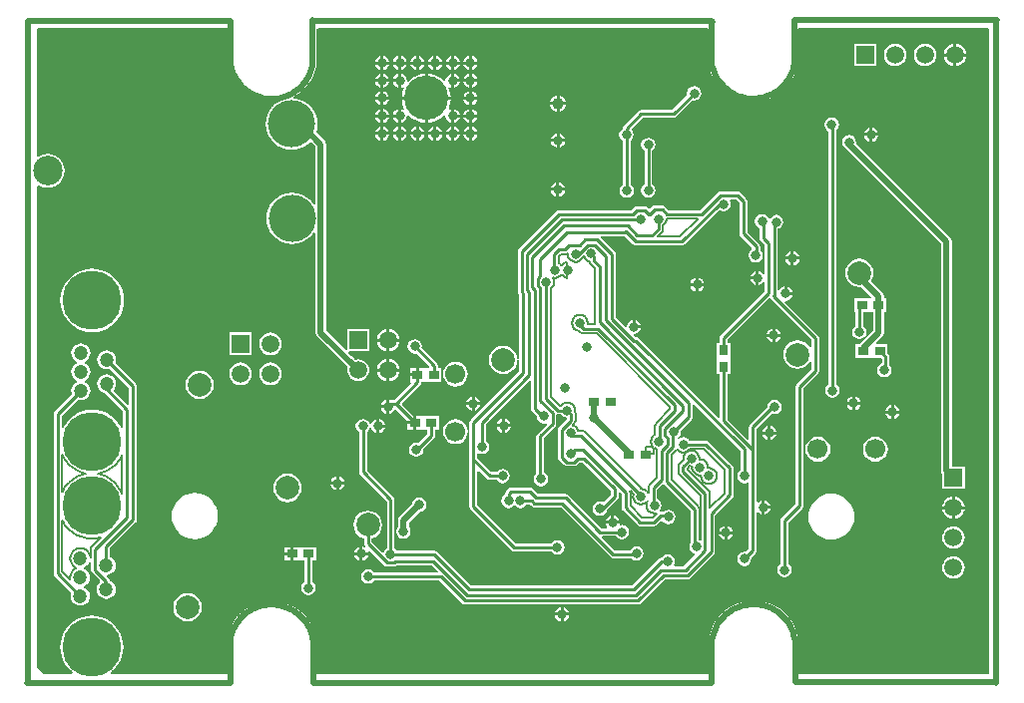
<source format=gbl>
%FSTAX24Y24*%
%MOIN*%
%SFA1B1*%

%IPPOS*%
%ADD11R,0.035400X0.030000*%
%ADD26R,0.030000X0.035400*%
%ADD36C,0.009800*%
%ADD37C,0.019700*%
%ADD39R,0.059100X0.059100*%
%ADD40C,0.059100*%
%ADD41R,0.059100X0.059100*%
%ADD42C,0.066900*%
%ADD43C,0.078700*%
%ADD44C,0.157500*%
%ADD45C,0.047200*%
%ADD46C,0.196900*%
%ADD47C,0.031500*%
%ADD48C,0.039400*%
%ADD49C,0.098400*%
%ADD50C,0.147600*%
%ADD51C,0.010000*%
%ADD56C,0.005000*%
%LNaddl-1*%
%LPD*%
G54D56*
X05864Y018822D02*
X052306D01*
Y01982*
X052312*
X052292Y020063*
X05224Y020277*
X052157Y02048*
X052042Y020667*
X051899Y020834*
X051732Y020977*
X051545Y021092*
X051342Y021175*
X051128Y021226*
X050911Y021244*
X050712Y02124*
X050707Y021244*
X050479Y021226*
X050265Y021175*
X050062Y021092*
X049875Y020977*
X049708Y020834*
X049565Y020667*
X04945Y02048*
X049367Y020277*
X049315Y020063*
X049298Y019845*
X0493Y018843*
X04928Y018822*
X036216*
Y01979*
X036222*
X036202Y020033*
X03615Y020247*
X036067Y02045*
X035952Y020637*
X035809Y020804*
X035642Y020947*
X035455Y021062*
X035252Y021145*
X035038Y021196*
X03482Y021214*
X034622Y02121*
X034617Y021214*
X034389Y021196*
X034175Y021145*
X033972Y021062*
X033785Y020947*
X033618Y020804*
X033475Y020637*
X03336Y02045*
X033277Y020247*
X033225Y020033*
X033207Y019815*
X03321Y018843*
X03319Y018822*
X029384*
X029379Y018836*
X029471Y018915*
X029583Y019046*
X029672Y019191*
X029737Y01935*
X029777Y019517*
X029792Y019686*
X029777Y019857*
X029737Y020024*
X029672Y020182*
X029583Y020328*
X029471Y020458*
X029341Y02057*
X029195Y020659*
X029037Y020724*
X02887Y020764*
X028699Y020779*
X02853Y020764*
X028363Y020724*
X028204Y020659*
X028059Y02057*
X027928Y020458*
X027817Y020328*
X027727Y020182*
X027662Y020024*
X027622Y019857*
X027608Y019686*
X027622Y019517*
X027662Y01935*
X027727Y019191*
X027817Y019046*
X027928Y018915*
X028021Y018836*
X028015Y018822*
X027098*
X026909Y019015*
Y019627*
Y035081*
X026926Y035089*
X026929Y035087*
X027074Y035026*
X02723Y035006*
X027385Y035026*
X02753Y035087*
X027654Y035182*
X02775Y035306*
X02781Y035451*
X027831Y035607*
X02781Y035762*
X02775Y035907*
X027654Y036031*
X02753Y036127*
X027385Y036187*
X02723Y036208*
X027074Y036187*
X026929Y036127*
X026926Y036125*
X026909Y036133*
Y040341*
X033235*
Y039352*
X033228*
X033248Y039108*
X033299Y038895*
X033383Y038691*
X033498Y038505*
X033641Y038338*
X033808Y038195*
X033994Y03808*
X034198Y037996*
X034411Y037945*
X034629Y037927*
X034828Y037931*
X034833Y037927*
X034886Y037931*
X034889Y037922*
X034881Y037917*
X034745Y037806*
X034634Y03767*
X034551Y037516*
X0345Y037347*
X034482Y037174*
X0345Y036999*
X034551Y036831*
X034634Y036676*
X034745Y03654*
X034881Y036429*
X035036Y036346*
X035204Y036295*
X035379Y036277*
X035553Y036295*
X035721Y036346*
X035875Y036429*
X036003Y036533*
X036025Y036534*
X036148Y036411*
Y034507*
X036136Y034504*
X036132Y034512*
X036021Y034647*
X035885Y034758*
X035731Y034841*
X035562Y034892*
X035389Y03491*
X035214Y034892*
X035046Y034841*
X034891Y034758*
X034755Y034647*
X034644Y034511*
X034561Y034356*
X03451Y034188*
X034492Y034014*
X03451Y033839*
X034561Y033671*
X034644Y033517*
X034755Y033381*
X034891Y03327*
X035046Y033186*
X035214Y033136*
X035389Y033118*
X035562Y033136*
X035731Y033186*
X035885Y03327*
X036021Y033381*
X036132Y033516*
X036136Y033524*
X036148Y033521*
Y030193*
X036162Y030117*
X036205Y030053*
X037211Y029046*
X037213Y029051*
X037199Y028947*
X037213Y028842*
X037254Y028745*
X037318Y028662*
X037401Y028598*
X037498Y028558*
X037601Y028544*
X037706Y028558*
X037803Y028598*
X037886Y028662*
X03795Y028745*
X037991Y028842*
X038005Y028947*
X037991Y029051*
X03795Y029148*
X037886Y029231*
X037803Y029295*
X037706Y029335*
X037601Y029349*
X037498Y029335*
X037503Y029337*
X037307Y029532*
X037313Y029548*
X038001*
Y030346*
X037203*
Y029658*
X037187Y029652*
X036559Y030281*
Y036499*
X036543Y036575*
X0365Y03664*
X03623Y036911*
X036256Y036999*
X036274Y037174*
X036256Y037347*
X036206Y037516*
X036122Y03767*
X036011Y037806*
X035875Y037917*
X035721Y038001*
X035553Y038051*
X035459Y03806*
X035457Y038072*
X035478Y03808*
X035665Y038195*
X035832Y038338*
X035975Y038505*
X03609Y038691*
X036173Y038895*
X036224Y039108*
X036242Y039326*
X03624Y04032*
X03626Y040341*
X049285*
Y039354*
X049278*
X049298Y03911*
X049349Y038897*
X049433Y038694*
X049547Y038507*
X04969Y03834*
X049857Y038197*
X050044Y038082*
X050247Y037998*
X050461Y037947*
X050679Y037929*
X050878Y037933*
X050883Y037929*
X051111Y037947*
X051325Y037998*
X051528Y038082*
X051715Y038197*
X051882Y03834*
X052025Y038507*
X052139Y038694*
X052223Y038897*
X052274Y03911*
X052292Y039328*
X05229Y04032*
X05231Y040341*
X05864*
Y018822*
X0271Y01884D02*
X02801D01*
X02939D02*
X0332D01*
X03623D02*
X04929D01*
X05232D02*
X05864D01*
X02705Y01889D02*
X02796D01*
X02945D02*
X0332D01*
X03623D02*
X04929D01*
X05232D02*
X05864D01*
X027Y01894D02*
X02791D01*
X0295D02*
X0332D01*
X03623D02*
X04929D01*
X05232D02*
X05864D01*
X02695Y01899D02*
X02787D01*
X02954D02*
X0332D01*
X03623D02*
X04929D01*
X05232D02*
X05864D01*
X02692Y01904D02*
X02782D01*
X02959D02*
X0332D01*
X03623D02*
X04929D01*
X05232D02*
X05864D01*
X02692Y01909D02*
X02779D01*
X02962D02*
X0332D01*
X03623D02*
X04929D01*
X05232D02*
X05864D01*
X02692Y01914D02*
X02776D01*
X02965D02*
X0332D01*
X03623D02*
X04929D01*
X05232D02*
X05864D01*
X02692Y01919D02*
X02772D01*
X02968D02*
X0332D01*
X03623D02*
X04929D01*
X05232D02*
X05864D01*
X02692Y01924D02*
X0277D01*
X02971D02*
X0332D01*
X03623D02*
X04929D01*
X05232D02*
X05864D01*
X02692Y01929D02*
X02768D01*
X02973D02*
X0332D01*
X03623D02*
X04929D01*
X05232D02*
X05864D01*
X02692Y01934D02*
X02766D01*
X02975D02*
X0332D01*
X03623D02*
X04929D01*
X05232D02*
X05864D01*
X02692Y01939D02*
X02765D01*
X02976D02*
X0332D01*
X03623D02*
X04929D01*
X05232D02*
X05864D01*
X02692Y01944D02*
X02763D01*
X02978D02*
X0332D01*
X03623D02*
X04929D01*
X05232D02*
X05864D01*
X02692Y01949D02*
X02762D01*
X02979D02*
X0332D01*
X03623D02*
X04929D01*
X05232D02*
X05864D01*
X02692Y01954D02*
X02761D01*
X0298D02*
X0332D01*
X03623D02*
X04929D01*
X05232D02*
X05864D01*
X02692Y01959D02*
X02761D01*
X0298D02*
X0332D01*
X03623D02*
X04929D01*
X05232D02*
X05864D01*
X02692Y01964D02*
X02761D01*
X0298D02*
X0332D01*
X03623D02*
X04929D01*
X05232D02*
X05864D01*
X02692Y01969D02*
X0276D01*
X0298D02*
X0332D01*
X03623D02*
X04929D01*
X05232D02*
X05864D01*
X02692Y01974D02*
X02761D01*
X0298D02*
X0332D01*
X03623D02*
X04929D01*
X05232D02*
X05864D01*
X02692Y01979D02*
X02761D01*
X0298D02*
X0332D01*
X03623D02*
X04929D01*
X05232D02*
X05864D01*
X02692Y01984D02*
X02761D01*
X0298D02*
X03321D01*
X03623D02*
X04929D01*
X05232D02*
X05864D01*
X02692Y01989D02*
X02762D01*
X02979D02*
X03321D01*
X03623D02*
X0493D01*
X05232D02*
X05864D01*
X02692Y01994D02*
X02763D01*
X02977D02*
X03322D01*
X03622D02*
X0493D01*
X05231D02*
X05864D01*
X02692Y01999D02*
X02765D01*
X02976D02*
X03322D01*
X03622D02*
X04931D01*
X05231D02*
X05864D01*
X02692Y02004D02*
X02766D01*
X02975D02*
X03323D01*
X03621D02*
X04931D01*
X05231D02*
X05864D01*
X02692Y02009D02*
X02769D01*
X02972D02*
X03324D01*
X0362D02*
X04932D01*
X0523D02*
X05864D01*
X02692Y02014D02*
X02771D01*
X0297D02*
X03325D01*
X03619D02*
X04933D01*
X05229D02*
X05864D01*
X02692Y02019D02*
X02773D01*
X02968D02*
X03326D01*
X03618D02*
X04934D01*
X05228D02*
X05864D01*
X02692Y02024D02*
X02776D01*
X02965D02*
X03327D01*
X03617D02*
X04936D01*
X05226D02*
X05864D01*
X02692Y02029D02*
X02779D01*
X02962D02*
X03329D01*
X03615D02*
X04937D01*
X05225D02*
X05864D01*
X02692Y02034D02*
X02782D01*
X02959D02*
X03331D01*
X03613D02*
X04939D01*
X05223D02*
X05864D01*
X02692Y02039D02*
X02787D01*
X02954D02*
X03333D01*
X03611D02*
X04941D01*
X05221D02*
X05864D01*
X02692Y02044D02*
X02791D01*
X0295D02*
X03335D01*
X03609D02*
X04943D01*
X05219D02*
X05864D01*
X02692Y02049D02*
X02796D01*
X02945D02*
X03338D01*
X03606D02*
X04945D01*
X05217D02*
X05864D01*
X02692Y02054D02*
X02802D01*
X02939D02*
X03341D01*
X03603D02*
X04948D01*
X05214D02*
X05864D01*
X02692Y02059D02*
X02809D01*
X02932D02*
X03344D01*
X036D02*
X04951D01*
X05211D02*
X05864D01*
X02692Y02064D02*
X02816D01*
X02925D02*
X03347D01*
X03596D02*
X04955D01*
X05207D02*
X05864D01*
X02692Y02069D02*
X02827D01*
X02913D02*
X03352D01*
X03592D02*
X04958D01*
X05204D02*
X05864D01*
X02692Y02074D02*
X02844D01*
X02897D02*
X03356D01*
X03588D02*
X04963D01*
X05199D02*
X05864D01*
X02692Y02079D02*
X03361D01*
X03583D02*
X04967D01*
X05195D02*
X05864D01*
X02692Y02084D02*
X03366D01*
X03578D02*
X04972D01*
X0519D02*
X05864D01*
X02692Y02089D02*
X03372D01*
X03572D02*
X04977D01*
X05185D02*
X05864D01*
X02692Y02094D02*
X03377D01*
X03567D02*
X04983D01*
X05179D02*
X05864D01*
X02692Y02099D02*
X03385D01*
X03559D02*
X04989D01*
X05173D02*
X05864D01*
X02692Y02104D02*
X03393D01*
X03551D02*
X04997D01*
X05165D02*
X05864D01*
X02692Y02109D02*
X03403D01*
X0354D02*
X05005D01*
X05156D02*
X05864D01*
X02692Y02114D02*
X03415D01*
X03529D02*
X05017D01*
X05145D02*
X05864D01*
X02692Y02119D02*
X03434D01*
X0351D02*
X05031D01*
X05131D02*
X05864D01*
X02692Y02124D02*
X05864D01*
X02692Y02129D02*
X05864D01*
X02692Y02134D02*
X05864D01*
X02692Y02139D02*
X05864D01*
X02692Y02144D02*
X05864D01*
X02692Y02149D02*
X05864D01*
X02692Y02154D02*
X05864D01*
X02692Y02159D02*
X05864D01*
X02692Y02164D02*
X05864D01*
X02692Y02169D02*
X05864D01*
X02692Y02174D02*
X05864D01*
X02692Y02179D02*
X05864D01*
X02692Y02184D02*
X05864D01*
X02692Y02189D02*
X05864D01*
X02692Y02194D02*
X05864D01*
X02692Y02199D02*
X05864D01*
X02692Y02204D02*
X05864D01*
X02692Y02209D02*
X05864D01*
X02692Y02214D02*
X05864D01*
X02692Y02219D02*
X05864D01*
X02692Y02224D02*
X05864D01*
X02692Y02229D02*
X05864D01*
X02692Y02234D02*
X05864D01*
X02692Y02239D02*
X05864D01*
X02692Y02244D02*
X05864D01*
X02692Y02249D02*
X05864D01*
X02692Y02254D02*
X05864D01*
X02692Y02259D02*
X05864D01*
X02692Y02264D02*
X05864D01*
X02692Y02269D02*
X05864D01*
X02692Y02274D02*
X05864D01*
X02692Y02279D02*
X05864D01*
X02692Y02284D02*
X05864D01*
X02692Y02289D02*
X05864D01*
X02692Y02294D02*
X05864D01*
X02692Y02299D02*
X05864D01*
X02692Y02304D02*
X05864D01*
X02692Y02309D02*
X05864D01*
X02692Y02314D02*
X05864D01*
X02692Y02319D02*
X05864D01*
X02692Y02324D02*
X05864D01*
X02692Y02329D02*
X05864D01*
X02692Y02334D02*
X05864D01*
X02692Y02339D02*
X05864D01*
X02692Y02344D02*
X05864D01*
X02692Y02349D02*
X05864D01*
X02692Y02354D02*
X05864D01*
X02692Y02359D02*
X05864D01*
X02692Y02364D02*
X05864D01*
X02692Y02369D02*
X05864D01*
X02692Y02374D02*
X05864D01*
X02692Y02379D02*
X05864D01*
X02692Y02384D02*
X05864D01*
X02692Y02389D02*
X05864D01*
X02692Y02394D02*
X05864D01*
X02692Y02399D02*
X05864D01*
X02692Y02404D02*
X05864D01*
X02692Y02409D02*
X05864D01*
X02692Y02414D02*
X05864D01*
X02692Y02419D02*
X05864D01*
X02692Y02424D02*
X05864D01*
X02692Y02429D02*
X05864D01*
X02692Y02434D02*
X05864D01*
X02692Y02439D02*
X05864D01*
X02692Y02444D02*
X05864D01*
X02692Y02449D02*
X05864D01*
X02692Y02454D02*
X05864D01*
X02692Y02459D02*
X05864D01*
X02692Y02464D02*
X05864D01*
X02692Y02469D02*
X05864D01*
X02692Y02474D02*
X05864D01*
X02692Y02479D02*
X05864D01*
X02692Y02484D02*
X05864D01*
X02692Y02489D02*
X05864D01*
X02692Y02494D02*
X05864D01*
X02692Y02499D02*
X05864D01*
X02692Y02504D02*
X05864D01*
X02692Y02509D02*
X05864D01*
X02692Y02514D02*
X05864D01*
X02692Y02519D02*
X05864D01*
X02692Y02524D02*
X05864D01*
X02692Y02529D02*
X05864D01*
X02692Y02534D02*
X05864D01*
X02692Y02539D02*
X05864D01*
X02692Y02544D02*
X05864D01*
X02692Y02549D02*
X05864D01*
X02692Y02554D02*
X05864D01*
X02692Y02559D02*
X05864D01*
X02692Y02564D02*
X05864D01*
X02692Y02569D02*
X05864D01*
X02692Y02574D02*
X05864D01*
X02692Y02579D02*
X05864D01*
X02692Y02584D02*
X05864D01*
X02692Y02589D02*
X05864D01*
X02692Y02594D02*
X05864D01*
X02692Y02599D02*
X05864D01*
X02692Y02604D02*
X05864D01*
X02692Y02609D02*
X05864D01*
X02692Y02614D02*
X05864D01*
X02692Y02619D02*
X05864D01*
X02692Y02624D02*
X05864D01*
X02692Y02629D02*
X05864D01*
X02692Y02634D02*
X05864D01*
X02692Y02639D02*
X05864D01*
X02692Y02644D02*
X05864D01*
X02692Y02649D02*
X05864D01*
X02692Y02654D02*
X05864D01*
X02692Y02659D02*
X05864D01*
X02692Y02664D02*
X05864D01*
X02692Y02669D02*
X05864D01*
X02692Y02674D02*
X05864D01*
X02692Y02679D02*
X05864D01*
X02692Y02684D02*
X05864D01*
X02692Y02689D02*
X05864D01*
X02692Y02694D02*
X05864D01*
X02692Y02699D02*
X05864D01*
X02692Y02704D02*
X05864D01*
X02692Y02709D02*
X05864D01*
X02692Y02714D02*
X05864D01*
X02692Y02719D02*
X05864D01*
X02692Y02724D02*
X05864D01*
X02692Y02729D02*
X05864D01*
X02692Y02734D02*
X05864D01*
X02692Y02739D02*
X05864D01*
X02692Y02744D02*
X05864D01*
X02692Y02749D02*
X05864D01*
X02692Y02754D02*
X05864D01*
X02692Y02759D02*
X05864D01*
X02692Y02764D02*
X05864D01*
X02692Y02769D02*
X05864D01*
X02692Y02774D02*
X05864D01*
X02692Y02779D02*
X05864D01*
X02692Y02784D02*
X05864D01*
X02692Y02789D02*
X05864D01*
X02692Y02794D02*
X05864D01*
X02692Y02799D02*
X05864D01*
X02692Y02804D02*
X05864D01*
X02692Y02809D02*
X05864D01*
X02692Y02814D02*
X05864D01*
X02692Y02819D02*
X05864D01*
X02692Y02824D02*
X05864D01*
X02692Y02829D02*
X05864D01*
X02692Y02834D02*
X05864D01*
X02692Y02839D02*
X05864D01*
X02692Y02844D02*
X05864D01*
X02692Y02849D02*
X05864D01*
X02692Y02854D02*
X05864D01*
X02692Y02859D02*
X03742D01*
X03779D02*
X05864D01*
X02692Y02864D02*
X03734D01*
X03787D02*
X05864D01*
X02692Y02869D02*
X03729D01*
X03792D02*
X05864D01*
X02692Y02874D02*
X03725D01*
X03796D02*
X05864D01*
X02692Y02879D02*
X03723D01*
X03798D02*
X05864D01*
X02692Y02884D02*
X0372D01*
X038D02*
X05864D01*
X02692Y02889D02*
X0372D01*
X03801D02*
X05864D01*
X02692Y02894D02*
X0372D01*
X03802D02*
X05864D01*
X02692Y02899D02*
X0372D01*
X03802D02*
X05864D01*
X02692Y02904D02*
X0372D01*
X03801D02*
X05864D01*
X02692Y02909D02*
X03716D01*
X03799D02*
X05864D01*
X02692Y02914D02*
X03711D01*
X03797D02*
X05864D01*
X02692Y02919D02*
X03706D01*
X03793D02*
X05864D01*
X02692Y02924D02*
X03701D01*
X03789D02*
X05864D01*
X02692Y02929D02*
X03696D01*
X03783D02*
X05864D01*
X02692Y02934D02*
X03691D01*
X03772D02*
X05864D01*
X02692Y02939D02*
X03686D01*
X03746D02*
X05864D01*
X02692Y02944D02*
X03681D01*
X03741D02*
X05864D01*
X02692Y02949D02*
X03676D01*
X03736D02*
X05864D01*
X02692Y02954D02*
X03671D01*
X03732D02*
X05864D01*
X02692Y02959D02*
X03666D01*
X03801D02*
X05864D01*
X02692Y02964D02*
X03661D01*
X03801D02*
X05864D01*
X02692Y02969D02*
X03656D01*
X03716D02*
X03719D01*
X03801D02*
X05864D01*
X02692Y02974D02*
X03651D01*
X03711D02*
X03719D01*
X03801D02*
X05864D01*
X02692Y02979D02*
X03646D01*
X03706D02*
X03719D01*
X03801D02*
X05864D01*
X02692Y02984D02*
X03641D01*
X03701D02*
X03719D01*
X03801D02*
X05864D01*
X02692Y02989D02*
X03636D01*
X03696D02*
X03719D01*
X03801D02*
X05864D01*
X02692Y02994D02*
X03631D01*
X03691D02*
X03719D01*
X03801D02*
X05864D01*
X02692Y02999D02*
X03626D01*
X03686D02*
X03719D01*
X03801D02*
X05864D01*
X02692Y03004D02*
X03621D01*
X03681D02*
X03719D01*
X03801D02*
X05864D01*
X02692Y03009D02*
X03618D01*
X03676D02*
X03719D01*
X03801D02*
X05864D01*
X02692Y03014D02*
X03615D01*
X03671D02*
X03719D01*
X03801D02*
X05864D01*
X02692Y03019D02*
X03614D01*
X03666D02*
X03719D01*
X03801D02*
X05864D01*
X02692Y03024D02*
X03614D01*
X03661D02*
X03719D01*
X03801D02*
X05864D01*
X02692Y03029D02*
X03614D01*
X03657D02*
X03719D01*
X03801D02*
X05864D01*
X02692Y03034D02*
X03614D01*
X03657D02*
X03719D01*
X03801D02*
X05864D01*
X02692Y03039D02*
X03614D01*
X03657D02*
X05864D01*
X02692Y03044D02*
X03614D01*
X03657D02*
X05864D01*
X02692Y03049D02*
X03614D01*
X03657D02*
X05864D01*
X02692Y03054D02*
X03614D01*
X03657D02*
X05864D01*
X02692Y03059D02*
X03614D01*
X03657D02*
X05864D01*
X02692Y03064D02*
X03614D01*
X03657D02*
X05864D01*
X02692Y03069D02*
X03614D01*
X03657D02*
X05864D01*
X02692Y03074D02*
X03614D01*
X03657D02*
X05864D01*
X02692Y03079D02*
X03614D01*
X03657D02*
X05864D01*
X02692Y03084D02*
X03614D01*
X03657D02*
X05864D01*
X02692Y03089D02*
X03614D01*
X03657D02*
X05864D01*
X02692Y03094D02*
X03614D01*
X03657D02*
X05864D01*
X02692Y03099D02*
X03614D01*
X03657D02*
X05864D01*
X02692Y03104D02*
X03614D01*
X03657D02*
X05864D01*
X02692Y03109D02*
X03614D01*
X03657D02*
X05864D01*
X02692Y03114D02*
X03614D01*
X03657D02*
X05864D01*
X02692Y03119D02*
X03614D01*
X03657D02*
X05864D01*
X02692Y03124D02*
X03614D01*
X03657D02*
X05864D01*
X02692Y03129D02*
X03614D01*
X03657D02*
X05864D01*
X02692Y03134D02*
X03614D01*
X03657D02*
X05864D01*
X02692Y03139D02*
X03614D01*
X03657D02*
X05864D01*
X02692Y03144D02*
X03614D01*
X03657D02*
X05864D01*
X02692Y03149D02*
X03614D01*
X03657D02*
X05864D01*
X02692Y03154D02*
X03614D01*
X03657D02*
X05864D01*
X02692Y03159D02*
X03614D01*
X03657D02*
X05864D01*
X02692Y03164D02*
X03614D01*
X03657D02*
X05864D01*
X02692Y03169D02*
X03614D01*
X03657D02*
X05864D01*
X02692Y03174D02*
X03614D01*
X03657D02*
X05864D01*
X02692Y03179D02*
X03614D01*
X03657D02*
X05864D01*
X02692Y03184D02*
X03614D01*
X03657D02*
X05864D01*
X02692Y03189D02*
X03614D01*
X03657D02*
X05864D01*
X02692Y03194D02*
X03614D01*
X03657D02*
X05864D01*
X02692Y03199D02*
X03614D01*
X03657D02*
X05864D01*
X02692Y03204D02*
X03614D01*
X03657D02*
X05864D01*
X02692Y03209D02*
X03614D01*
X03657D02*
X05864D01*
X02692Y03214D02*
X03614D01*
X03657D02*
X05864D01*
X02692Y03219D02*
X03614D01*
X03657D02*
X05864D01*
X02692Y03224D02*
X03614D01*
X03657D02*
X05864D01*
X02692Y03229D02*
X03614D01*
X03657D02*
X05864D01*
X02692Y03234D02*
X03614D01*
X03657D02*
X05864D01*
X02692Y03239D02*
X03614D01*
X03657D02*
X05864D01*
X02692Y03244D02*
X03614D01*
X03657D02*
X05864D01*
X02692Y03249D02*
X03614D01*
X03657D02*
X05864D01*
X02692Y03254D02*
X03614D01*
X03657D02*
X05864D01*
X02692Y03259D02*
X03614D01*
X03657D02*
X05864D01*
X02692Y03264D02*
X03614D01*
X03657D02*
X05864D01*
X02692Y03269D02*
X03614D01*
X03657D02*
X05864D01*
X02692Y03274D02*
X03614D01*
X03657D02*
X05864D01*
X02692Y03279D02*
X03614D01*
X03657D02*
X05864D01*
X02692Y03284D02*
X03614D01*
X03657D02*
X05864D01*
X02692Y03289D02*
X03614D01*
X03657D02*
X05864D01*
X02692Y03294D02*
X03614D01*
X03657D02*
X05864D01*
X02692Y03299D02*
X03614D01*
X03657D02*
X05864D01*
X02692Y03304D02*
X03614D01*
X03657D02*
X05864D01*
X02692Y03309D02*
X03614D01*
X03657D02*
X05864D01*
X02692Y03314D02*
X0352D01*
X03557D02*
X03614D01*
X03657D02*
X05864D01*
X02692Y03319D02*
X03504D01*
X03574D02*
X03614D01*
X03657D02*
X05864D01*
X02692Y03324D02*
X03494D01*
X03584D02*
X03614D01*
X03657D02*
X05864D01*
X02692Y03329D02*
X03486D01*
X03593D02*
X03614D01*
X03657D02*
X05864D01*
X02692Y03334D02*
X0348D01*
X03599D02*
X03614D01*
X03657D02*
X05864D01*
X02692Y03339D02*
X03475D01*
X03604D02*
X03614D01*
X03657D02*
X05864D01*
X02692Y03344D02*
X0347D01*
X03608D02*
X03614D01*
X03657D02*
X05864D01*
X02692Y03349D02*
X03466D01*
X03612D02*
X03614D01*
X03657D02*
X05864D01*
X02692Y03354D02*
X03462D01*
X03657D02*
X05864D01*
X02692Y03359D02*
X0346D01*
X03657D02*
X05864D01*
X02692Y03364D02*
X03457D01*
X03657D02*
X05864D01*
X02692Y03369D02*
X03455D01*
X03657D02*
X05864D01*
X02692Y03374D02*
X03453D01*
X03657D02*
X05864D01*
X02692Y03379D02*
X03452D01*
X03657D02*
X05864D01*
X02692Y03384D02*
X0345D01*
X03657D02*
X05864D01*
X02692Y03389D02*
X0345D01*
X03657D02*
X05864D01*
X02692Y03394D02*
X03449D01*
X03657D02*
X05864D01*
X02692Y03399D02*
X03449D01*
X03657D02*
X05864D01*
X02692Y03404D02*
X03449D01*
X03657D02*
X05864D01*
X02692Y03409D02*
X03449D01*
X03657D02*
X05864D01*
X02692Y03414D02*
X0345D01*
X03657D02*
X05864D01*
X02692Y03419D02*
X0345D01*
X03657D02*
X05864D01*
X02692Y03424D02*
X03452D01*
X03657D02*
X05864D01*
X02692Y03429D02*
X03453D01*
X03657D02*
X05864D01*
X02692Y03434D02*
X03455D01*
X03657D02*
X05864D01*
X02692Y03439D02*
X03457D01*
X03657D02*
X05864D01*
X02692Y03444D02*
X0346D01*
X03657D02*
X05864D01*
X02692Y03449D02*
X03462D01*
X03657D02*
X05864D01*
X02692Y03454D02*
X03466D01*
X03612D02*
X03614D01*
X03657D02*
X05864D01*
X02692Y03459D02*
X0347D01*
X03608D02*
X03614D01*
X03657D02*
X05864D01*
X02692Y03464D02*
X03475D01*
X03604D02*
X03614D01*
X03657D02*
X05864D01*
X02692Y03469D02*
X0348D01*
X03599D02*
X03614D01*
X03657D02*
X05864D01*
X02692Y03474D02*
X03486D01*
X03593D02*
X03614D01*
X03657D02*
X05864D01*
X02692Y03479D02*
X03494D01*
X03584D02*
X03614D01*
X03657D02*
X05864D01*
X02692Y03484D02*
X03504D01*
X03574D02*
X03614D01*
X03657D02*
X05864D01*
X02692Y03489D02*
X0352D01*
X03557D02*
X03614D01*
X03657D02*
X05864D01*
X02692Y03494D02*
X03614D01*
X03657D02*
X05864D01*
X02692Y03499D02*
X03614D01*
X03657D02*
X05864D01*
X02692Y03504D02*
X02704D01*
X02743D02*
X03614D01*
X03657D02*
X05864D01*
X02754Y03509D02*
X03614D01*
X03657D02*
X05864D01*
X02761Y03514D02*
X03614D01*
X03657D02*
X05864D01*
X02767Y03519D02*
X03614D01*
X03657D02*
X05864D01*
X02771Y03524D02*
X03614D01*
X03657D02*
X05864D01*
X02775Y03529D02*
X03614D01*
X03657D02*
X05864D01*
X02778Y03534D02*
X03614D01*
X03657D02*
X05864D01*
X0278Y03539D02*
X03614D01*
X03657D02*
X05864D01*
X02782Y03544D02*
X03614D01*
X03657D02*
X05864D01*
X02783Y03549D02*
X03614D01*
X03657D02*
X05864D01*
X02784Y03554D02*
X03614D01*
X03657D02*
X05864D01*
X02784Y03559D02*
X03614D01*
X03657D02*
X05864D01*
X02784Y03564D02*
X03614D01*
X03657D02*
X05864D01*
X02783Y03569D02*
X03614D01*
X03657D02*
X05864D01*
X02783Y03574D02*
X03614D01*
X03657D02*
X05864D01*
X02781Y03579D02*
X03614D01*
X03657D02*
X05864D01*
X02779Y03584D02*
X03614D01*
X03657D02*
X05864D01*
X02777Y03589D02*
X03614D01*
X03657D02*
X05864D01*
X02774Y03594D02*
X03614D01*
X03657D02*
X05864D01*
X0277Y03599D02*
X03614D01*
X03657D02*
X05864D01*
X02765Y03604D02*
X03614D01*
X03657D02*
X05864D01*
X02759Y03609D02*
X03614D01*
X03657D02*
X05864D01*
X02692Y03614D02*
X02695D01*
X02752D02*
X03614D01*
X03657D02*
X05864D01*
X02692Y03619D02*
X02706D01*
X0274D02*
X03614D01*
X03657D02*
X05864D01*
X02692Y03624D02*
X03614D01*
X03657D02*
X05864D01*
X02692Y03629D02*
X03528D01*
X03548D02*
X03614D01*
X03657D02*
X05864D01*
X02692Y03634D02*
X03507D01*
X0357D02*
X03614D01*
X03657D02*
X05864D01*
X02692Y03639D02*
X03495D01*
X03581D02*
X03614D01*
X03657D02*
X05864D01*
X02692Y03644D02*
X03486D01*
X03591D02*
X03611D01*
X03657D02*
X05864D01*
X02692Y03649D02*
X0348D01*
X03597D02*
X03606D01*
X03657D02*
X05864D01*
X02692Y03654D02*
X03474D01*
X03656D02*
X05864D01*
X02692Y03659D02*
X0347D01*
X03655D02*
X05864D01*
X02692Y03664D02*
X03466D01*
X03651D02*
X05864D01*
X02692Y03669D02*
X03462D01*
X03646D02*
X05864D01*
X02692Y03674D02*
X03459D01*
X03641D02*
X05864D01*
X02692Y03679D02*
X03457D01*
X03636D02*
X05864D01*
X02692Y03684D02*
X03454D01*
X03631D02*
X05864D01*
X02692Y03689D02*
X03453D01*
X03626D02*
X05864D01*
X02692Y03694D02*
X03451D01*
X03625D02*
X05864D01*
X02692Y03699D02*
X0345D01*
X03627D02*
X05864D01*
X02692Y03704D02*
X03449D01*
X03628D02*
X05864D01*
X02692Y03709D02*
X03448D01*
X03628D02*
X05864D01*
X02692Y03714D02*
X03448D01*
X03628D02*
X05864D01*
X02692Y03719D02*
X03448D01*
X03628D02*
X05864D01*
X02692Y03724D02*
X03448D01*
X03628D02*
X05864D01*
X02692Y03729D02*
X03449D01*
X03628D02*
X05864D01*
X02692Y03734D02*
X03449D01*
X03628D02*
X05864D01*
X02692Y03739D02*
X03451D01*
X03626D02*
X05864D01*
X02692Y03744D02*
X03452D01*
X03625D02*
X05864D01*
X02692Y03749D02*
X03454D01*
X03623D02*
X05864D01*
X02692Y03754D02*
X03456D01*
X03621D02*
X05864D01*
X02692Y03759D02*
X03458D01*
X03618D02*
X05864D01*
X02692Y03764D02*
X03461D01*
X03615D02*
X05864D01*
X02692Y03769D02*
X03464D01*
X03612D02*
X05864D01*
X02692Y03774D02*
X03468D01*
X03608D02*
X05864D01*
X02692Y03779D02*
X03473D01*
X03604D02*
X05864D01*
X02692Y03784D02*
X03478D01*
X03599D02*
X05864D01*
X02692Y03789D02*
X03484D01*
X03593D02*
X05864D01*
X02692Y03794D02*
X03451D01*
X03585D02*
X05056D01*
X05101D02*
X05864D01*
X02692Y03799D02*
X03424D01*
X03575D02*
X05029D01*
X0513D02*
X05864D01*
X02692Y03804D02*
X03409D01*
X0356D02*
X05014D01*
X05144D02*
X05864D01*
X02692Y03809D02*
X03397D01*
X03551D02*
X05002D01*
X05156D02*
X05864D01*
X02692Y03814D02*
X03389D01*
X03559D02*
X04994D01*
X05164D02*
X05864D01*
X02692Y03819D02*
X03382D01*
X03567D02*
X04987D01*
X05172D02*
X05864D01*
X02692Y03824D02*
X03376D01*
X03573D02*
X04981D01*
X05178D02*
X05864D01*
X02692Y03829D02*
X0337D01*
X03579D02*
X04975D01*
X05184D02*
X05864D01*
X02692Y03834D02*
X03363D01*
X03584D02*
X04968D01*
X05189D02*
X05864D01*
X02692Y03839D02*
X03359D01*
X03589D02*
X04964D01*
X05194D02*
X05864D01*
X02692Y03844D02*
X03355D01*
X03593D02*
X0496D01*
X05198D02*
X05864D01*
X02692Y03849D02*
X03351D01*
X03598D02*
X04956D01*
X05203D02*
X05864D01*
X02692Y03854D02*
X03347D01*
X03601D02*
X04952D01*
X05206D02*
X05864D01*
X02692Y03859D02*
X03344D01*
X03604D02*
X04949D01*
X05209D02*
X05864D01*
X02692Y03864D02*
X03341D01*
X03607D02*
X04946D01*
X05212D02*
X05864D01*
X02692Y03869D02*
X03337D01*
X0361D02*
X04942D01*
X05215D02*
X05864D01*
X02692Y03874D02*
X03336D01*
X03612D02*
X04941D01*
X05217D02*
X05864D01*
X02692Y03879D02*
X03334D01*
X03614D02*
X04939D01*
X05219D02*
X05864D01*
X02692Y03884D02*
X03332D01*
X03616D02*
X04937D01*
X05221D02*
X05864D01*
X02692Y03889D02*
X0333D01*
X03618D02*
X04935D01*
X05223D02*
X05864D01*
X02692Y03894D02*
X03329D01*
X03619D02*
X04934D01*
X05224D02*
X05864D01*
X02692Y03899D02*
X03327D01*
X03621D02*
X04932D01*
X05226D02*
X05864D01*
X02692Y03904D02*
X03326D01*
X03622D02*
X04931D01*
X05227D02*
X05864D01*
X02692Y03909D02*
X03325D01*
X03623D02*
X0493D01*
X05228D02*
X05864D01*
X02692Y03914D02*
X03324D01*
X03624D02*
X04929D01*
X05229D02*
X05864D01*
X02692Y03919D02*
X03324D01*
X03624D02*
X04929D01*
X05229D02*
X05864D01*
X02692Y03924D02*
X03323D01*
X03625D02*
X04928D01*
X0523D02*
X05864D01*
X02692Y03929D02*
X03323D01*
X03625D02*
X04928D01*
X0523D02*
X05864D01*
X02692Y03934D02*
X03323D01*
X03625D02*
X04928D01*
X0523D02*
X05864D01*
X02692Y03939D02*
X03322D01*
X03625D02*
X04927D01*
X0523D02*
X05864D01*
X02692Y03944D02*
X03322D01*
X03625D02*
X04927D01*
X0523D02*
X05864D01*
X02692Y03949D02*
X03322D01*
X03625D02*
X04927D01*
X0523D02*
X05864D01*
X02692Y03954D02*
X03322D01*
X03625D02*
X04927D01*
X0523D02*
X05864D01*
X02692Y03959D02*
X03322D01*
X03625D02*
X04927D01*
X0523D02*
X05864D01*
X02692Y03964D02*
X03322D01*
X03625D02*
X04927D01*
X0523D02*
X05864D01*
X02692Y03969D02*
X03322D01*
X03625D02*
X04927D01*
X0523D02*
X05864D01*
X02692Y03974D02*
X03322D01*
X03625D02*
X04927D01*
X0523D02*
X05864D01*
X02692Y03979D02*
X03322D01*
X03625D02*
X04927D01*
X0523D02*
X05864D01*
X02692Y03984D02*
X03322D01*
X03625D02*
X04927D01*
X0523D02*
X05864D01*
X02692Y03989D02*
X03322D01*
X03625D02*
X04927D01*
X0523D02*
X05864D01*
X02692Y03994D02*
X03322D01*
X03625D02*
X04927D01*
X0523D02*
X05864D01*
X02692Y03999D02*
X03322D01*
X03625D02*
X04927D01*
X0523D02*
X05864D01*
X02692Y04004D02*
X03322D01*
X03625D02*
X04927D01*
X0523D02*
X05864D01*
X02692Y04009D02*
X03322D01*
X03625D02*
X04927D01*
X0523D02*
X05864D01*
X02692Y04014D02*
X03322D01*
X03625D02*
X04927D01*
X0523D02*
X05864D01*
X02692Y04019D02*
X03322D01*
X03625D02*
X04927D01*
X0523D02*
X05864D01*
X02692Y04024D02*
X03322D01*
X03625D02*
X04927D01*
X0523D02*
X05864D01*
X02692Y04029D02*
X03322D01*
X03625D02*
X04927D01*
X0523D02*
X05864D01*
X04406Y02804D02*
Y0317D01*
X04411Y02799D02*
Y03176D01*
Y03204D02*
Y03203D01*
X04416Y02794D02*
Y03203D01*
X04421Y02789D02*
Y03203D01*
X04426Y02784D02*
Y03204D01*
X04431Y02779D02*
Y03207D01*
Y03254D02*
Y03275D01*
X04436Y02777D02*
Y03211D01*
Y0325D02*
Y0328D01*
X04441Y02781D02*
Y03212D01*
Y03248D02*
Y03281D01*
X04446Y02785D02*
Y03208D01*
Y03252D02*
Y03281D01*
X04451Y02787D02*
Y03204D01*
Y03256D02*
Y03282D01*
X04456Y02788D02*
Y03203D01*
Y03257D02*
Y03283D01*
X04461Y02788D02*
Y03277D01*
X04466Y02787D02*
Y03267D01*
X04471Y02784D02*
Y03262D01*
X04476Y02781D02*
Y03041D01*
Y03065D02*
Y03258D01*
X04481Y02709D02*
Y02716D01*
Y02774D02*
Y03032D01*
Y03073D02*
Y03258D01*
X04486Y02707D02*
Y0303D01*
Y03076D02*
Y03257D01*
X04491Y027D02*
Y03027D01*
Y03079D02*
Y03257D01*
X04496Y02693D02*
Y03025D01*
Y0308D02*
Y03258D01*
X04501Y02693D02*
Y03021D01*
Y0308D02*
Y03261D01*
X04506Y02693D02*
Y03017D01*
Y03079D02*
Y03265D01*
X04511Y02692D02*
Y03017D01*
Y03078D02*
Y03274D01*
X04516Y02689D02*
Y03016D01*
Y03074D02*
Y0327D01*
X04521Y02684D02*
Y03016D01*
Y0307D02*
Y03264D01*
X04526Y02679D02*
Y03016D01*
Y03051D02*
Y0305D01*
Y03059D02*
Y03261D01*
X04531Y02674D02*
Y03016D01*
Y03049D02*
Y03259D01*
X04536Y02669D02*
Y03016D01*
Y03049D02*
Y03247D01*
X04541Y02664D02*
Y03016D01*
Y03049D02*
Y03243D01*
X04546Y02659D02*
Y03016D01*
Y03049D02*
Y03238D01*
X04551Y02654D02*
Y03016D01*
X04556Y02649D02*
Y03016D01*
X04561Y02644D02*
Y03011D01*
X04566Y02639D02*
Y03006D01*
X04571Y02634D02*
Y03001D01*
X04576Y02629D02*
Y02996D01*
X04581Y02624D02*
Y02991D01*
X04586Y02619D02*
Y02986D01*
X04591Y02614D02*
Y02981D01*
X04596Y02609D02*
Y02976D01*
X04601Y02604D02*
Y02971D01*
X04606Y02599D02*
Y02966D01*
X04611Y02594D02*
Y02961D01*
X04616Y02589D02*
Y02956D01*
X04621Y02584D02*
Y02951D01*
X04626Y02579D02*
Y02946D01*
X04631Y02574D02*
Y02941D01*
X04636Y02569D02*
Y02936D01*
X04641Y02564D02*
Y02931D01*
X04646Y02559D02*
Y02926D01*
X04651Y02554D02*
Y02921D01*
X04656Y02549D02*
Y02916D01*
X04661Y02544D02*
Y02911D01*
X04666Y02539D02*
Y02906D01*
X04671Y02534D02*
Y02901D01*
X04676Y02529D02*
Y02896D01*
X04681Y02524D02*
Y02891D01*
X04686Y02519D02*
Y02886D01*
X04691Y02514D02*
Y02881D01*
X04696Y02509D02*
Y02876D01*
X04701Y02504D02*
Y02871D01*
X04706Y02499D02*
Y02866D01*
X04711Y02498D02*
Y02861D01*
X04716Y02497D02*
Y02856D01*
X04721Y02494D02*
Y02851D01*
X04726Y0249D02*
Y02613D01*
Y02638D02*
Y02846D01*
X04731Y02508D02*
Y02613D01*
Y02638D02*
Y02841D01*
X04736Y02515D02*
Y02613D01*
Y02638D02*
Y02836D01*
X04741Y0252D02*
Y02613D01*
Y02638D02*
Y02644D01*
Y02669D02*
Y02831D01*
X04746Y02525D02*
Y02613D01*
Y02677D02*
Y02826D01*
X04751Y0253D02*
Y02633D01*
Y0268D02*
Y02821D01*
X04756Y02535D02*
Y0263D01*
Y0272D02*
Y02816D01*
X04761Y02725D02*
Y02811D01*
X04766Y0273D02*
Y02806D01*
X04771Y02735D02*
Y02801D01*
X04776Y0274D02*
Y02796D01*
X04781Y02745D02*
Y02791D01*
X04786Y0275D02*
Y02786D01*
X04791Y02755D02*
Y02781D01*
X04796Y0276D02*
Y02776D01*
X04801Y02765D02*
Y02771D01*
X049798Y025588D02*
Y024855D01*
X049339Y024395*
X049386Y024376*
Y024832*
X049371Y024904*
X049329Y024965*
X048651Y025644*
Y025632*
X048701Y025683*
X048723Y025678*
X048724Y025678*
X048702Y025699*
X048702Y025701*
X048726Y02558*
X048794Y025475*
X048899Y025407*
X04902Y025383*
X049013Y025381*
X04899Y025404*
X048991Y025406*
X049016Y025283*
X049084Y02518*
X049187Y025112*
X049309Y025088*
X049429Y025112*
X049533Y02518*
X049602Y025283*
X049626Y025406*
X049602Y025527*
X049533Y02563*
X049429Y025698*
X04931Y025722*
X049316Y025723*
X049337Y025702*
X049337Y0257*
X049312Y025822*
X049244Y025925*
X049141Y025993*
X049019Y026018*
X04902Y026018*
X049041Y025997*
X049041Y025997*
X049017Y026117*
X048949Y026219*
X048846Y026289*
X048723Y026313*
X048602Y026289*
X048499Y026219*
X048431Y026117*
X048407Y025996*
X048411Y025973*
X048293Y025855*
X04825Y025792*
X048247Y025769*
X048238Y025722*
Y025552*
X048247Y025507*
X04825Y025483*
X048294Y02542*
X048975Y024739*
Y023322*
X049014Y023343*
X049044Y023325*
Y024305*
X049029Y024376*
X048989Y024438*
X048115Y025313*
Y026087*
X048255Y026228*
X048262Y026239*
X048241*
X048229Y026241*
X048228Y026242*
X048332Y026173*
X048453Y026148*
X048576Y026173*
X048679Y026242*
X048691Y026261*
X049126*
X049798Y025588*
X04808Y02529D02*
Y02612D01*
X04813Y02524D02*
Y02617D01*
X04818Y02519D02*
Y02622D01*
X04823Y02514D02*
Y02627D01*
X04828Y02509D02*
Y02627D01*
X04833Y02504D02*
Y02544D01*
Y02584D02*
Y02623D01*
X04838Y02499D02*
Y02539D01*
Y02589D02*
Y02621D01*
X04843Y02494D02*
Y02534D01*
Y02594D02*
Y0262D01*
X04848Y02489D02*
Y02529D01*
Y02612D02*
Y0262D01*
X04853Y02484D02*
Y02524D01*
Y02618D02*
Y02621D01*
X04858Y02479D02*
Y02519D01*
Y02623D02*
D01*
X04863Y02474D02*
Y02514D01*
Y0256D02*
Y02568D01*
Y02626D02*
Y02627D01*
X04868Y02469D02*
Y02509D01*
Y02555D02*
Y02573D01*
Y02627D02*
Y02631D01*
X04873Y02464D02*
Y02504D01*
Y0255D02*
Y02572D01*
Y02627D02*
Y02631D01*
X04878Y02459D02*
Y02499D01*
Y02545D02*
Y02558D01*
Y02626D02*
Y02631D01*
X04883Y02454D02*
Y02494D01*
Y0254D02*
Y0255D01*
Y02625D02*
Y02631D01*
X04888Y02449D02*
Y02489D01*
Y02535D02*
Y02547D01*
Y02622D02*
Y02631D01*
X04893Y02444D02*
Y02484D01*
Y0253D02*
Y02544D01*
Y02617D02*
Y02631D01*
X04898Y02437D02*
Y02479D01*
Y02525D02*
Y02543D01*
Y02606D02*
Y02631D01*
X04903Y0252D02*
Y02543D01*
Y02598D02*
Y02631D01*
X04908Y02515D02*
Y02527D01*
Y02597D02*
Y02631D01*
X04913Y0251D02*
Y02521D01*
Y02596D02*
Y02631D01*
X04918Y02505D02*
Y02517D01*
Y02592D02*
Y02627D01*
X04923Y025D02*
Y02515D01*
Y02587D02*
Y02622D01*
X04928Y02495D02*
Y02514D01*
Y0257D02*
Y02569D01*
Y02576D02*
Y02617D01*
X04933Y02487D02*
Y02514D01*
Y02568D02*
Y02612D01*
X04938Y02438D02*
Y02515D01*
Y02567D02*
Y02607D01*
X04943Y02443D02*
Y02517D01*
Y02565D02*
Y02602D01*
X04948Y02448D02*
Y0252D01*
Y02562D02*
Y02597D01*
X04953Y02453D02*
Y02526D01*
Y02556D02*
Y02592D01*
X04958Y02458D02*
Y02587D01*
X04963Y02463D02*
Y02582D01*
X04968Y02468D02*
Y02577D01*
X04973Y02473D02*
Y02572D01*
X04978Y02478D02*
Y02567D01*
X04983Y02483D02*
Y02562D01*
X02893Y02549D02*
D01*
X02898Y02547D02*
Y0255D01*
X02903Y02546D02*
Y02551D01*
X02908Y02544D02*
Y02553D01*
X02913Y02542D02*
Y02555D01*
X02918Y0254D02*
Y02557D01*
X02923Y02538D02*
Y0256D01*
X02928Y02534D02*
Y02563D01*
X02933Y02531D02*
Y02566D01*
X02938Y02527D02*
Y02569D01*
X02943Y02523D02*
Y02573D01*
X02948Y02518D02*
Y02578D01*
X02953Y02512D02*
Y02583D01*
X02958Y02506D02*
Y02589D01*
X02963Y02498D02*
Y02596D01*
X02968Y02489D02*
Y02604D01*
X02774Y02493D02*
Y02605D01*
X02779Y02502D02*
Y02598D01*
X02784Y02509D02*
Y0259D01*
X02789Y02515D02*
Y02585D01*
X02794Y0252D02*
Y0258D01*
X02799Y02525D02*
Y02575D01*
X02804Y02529D02*
Y02571D01*
X02809Y02532D02*
Y02567D01*
X02814Y02536D02*
Y02564D01*
X02819Y02539D02*
Y0256D01*
X02824Y02541D02*
Y02558D01*
X02829Y02543D02*
Y02555D01*
X02834Y02545D02*
Y02553D01*
X02839Y02546D02*
Y02551D01*
X02844Y02548D02*
Y0255D01*
X02849Y02549D02*
D01*
X047905Y03396D02*
X048886Y03396D01*
X048867Y034006*
X048316Y033455*
X047649*
X047668Y033409*
X047778Y033519*
X047818Y033579*
X047833Y033651*
Y033761*
X047845Y033769*
X047915Y033872*
X047934Y033969*
X047923Y033958*
X047905Y03396*
X04762Y03342D02*
X04835D01*
X04767Y03347D02*
X0484D01*
X04772Y03352D02*
X04845D01*
X04777Y03357D02*
X0485D01*
X04779Y03362D02*
X04855D01*
X04779Y03367D02*
X0486D01*
X04779Y03372D02*
X04865D01*
X04779Y03377D02*
X0487D01*
X04783Y03382D02*
X04875D01*
X04787Y03387D02*
X0488D01*
X04789Y03392D02*
X04885D01*
X0479Y03397D02*
X0489D01*
X046746Y024781D02*
X046733Y024716D01*
X046758Y024594*
X046826Y024491*
X046929Y024423*
X047051Y024399*
X047172Y024423*
X047274Y024491*
X047369Y02463*
X047189Y024666*
X047223Y024583*
X047196Y024542*
X047171Y024421*
X047196Y024299*
X047264Y024196*
X047367Y024128*
X047489Y024103*
X047525Y024111*
X047496Y024164*
X0474Y024069*
X047098*
X046738Y02443*
Y02487*
X046736Y024878*
X046684Y024843*
X046746Y024781*
X046692Y024765D02*
X046682Y024716D01*
X046711Y024575*
X04679Y024455*
X04691Y024376*
X047051Y024348*
X047191Y024376*
X04731Y024455*
X047452Y024664*
X047107Y024733*
X047167Y024588*
X047149Y024561*
X04712Y024421*
X047149Y024279*
X047228Y02416*
X047347Y024081*
X047489Y024052*
X047498Y024054*
X047435Y024173*
X04738Y024119*
X047118*
X046788Y02445*
Y024875*
X046792Y024854*
X046677Y024779*
X046692Y024765*
X0467Y02441D02*
Y02489D01*
X04675Y02436D02*
Y02484D01*
X0468Y02431D02*
Y02464D01*
X04685Y02426D02*
Y02454D01*
X0469Y02421D02*
Y0245D01*
X04695Y02416D02*
Y02446D01*
X047Y02411D02*
Y02445D01*
X04705Y02406D02*
Y02445D01*
X0471Y02403D02*
Y02446D01*
X04715Y02403D02*
Y02447D01*
X0472Y02403D02*
Y0245D01*
X04725Y02403D02*
Y0243D01*
Y02455D02*
Y02454D01*
X0473Y02403D02*
Y02422D01*
X04735Y02403D02*
Y0242D01*
X0474Y02403D02*
Y02417D01*
X04745Y02407D02*
Y02416D01*
X0475Y02412D02*
Y02415D01*
X04755Y02417D02*
Y02416D01*
X02774Y0222D02*
Y02389D01*
X02779Y02215D02*
Y02381D01*
X02784Y0221D02*
Y02374D01*
X02789Y02205D02*
Y02368D01*
X02794Y022D02*
Y02363D01*
X02799Y02213D02*
Y02255D01*
Y02276D02*
Y02358D01*
X02804Y02223D02*
Y02245D01*
Y02286D02*
Y02353D01*
X02809Y02228D02*
Y0224D01*
Y02291D02*
Y0235D01*
X02814Y02232D02*
Y02235D01*
Y02295D02*
Y02346D01*
X02819Y02298D02*
Y02343D01*
X02824Y023D02*
Y02341D01*
X02829Y023D02*
Y02339D01*
X02834Y023D02*
Y02337D01*
X02839Y023D02*
Y02336D01*
X02844Y02298D02*
Y02335D01*
X02849Y02295D02*
Y02333D01*
X02854Y02292D02*
Y02332D01*
X02859Y02287D02*
Y02332D01*
X02864Y02278D02*
Y02332D01*
X02869Y02306D02*
Y02332D01*
X02874Y02312D02*
Y02332D01*
X02879Y02317D02*
Y02332D01*
X02884Y02322D02*
Y02332D01*
X02889Y02327D02*
Y02333D01*
X02894Y02332D02*
Y02334D01*
%LNaddl-2*%
%LPC*%
G36*
X034665Y029206D02*
X034568Y029193D01*
X034477Y029155*
X034399Y029095*
X034339Y029017*
X034301Y028926*
X034288Y028829*
X034301Y028731*
X034339Y02864*
X034399Y028562*
X034477Y028502*
X034568Y028464*
X034665Y028451*
X034763Y028464*
X034854Y028502*
X034932Y028562*
X034992Y02864*
X03503Y028731*
X035043Y028829*
X03503Y028926*
X034992Y029017*
X034932Y029095*
X034854Y029155*
X034763Y029193*
X034665Y029206*
G37*
G36*
X038973Y028897D02*
X038652D01*
Y028576*
X0387Y028583*
X038791Y02862*
X038869Y02868*
X038929Y028758*
X038967Y028849*
X038973Y028897*
G37*
G36*
X038552D02*
X038232D01*
X038238Y028849*
X038276Y028758*
X038336Y02868*
X038414Y02862*
X038505Y028583*
X038552Y028576*
Y028897*
G37*
G36*
X032307Y028933D02*
X032184Y028917D01*
X032069Y028869*
X03197Y028794*
X031894Y028695*
X031847Y02858*
X031831Y028457*
X031847Y028333*
X031894Y028218*
X03197Y02812*
X032069Y028044*
X032184Y027996*
X032307Y02798*
X03243Y027996*
X032545Y028044*
X032644Y02812*
X03272Y028218*
X032767Y028333*
X032784Y028457*
X032767Y02858*
X03272Y028695*
X032644Y028794*
X032545Y028869*
X03243Y028917*
X032307Y028933*
G37*
G36*
X05342Y037391D02*
X053328Y037372D01*
X05325Y03732*
X053198Y037242*
X05318Y03715*
X053198Y037058*
X05325Y036979*
X053318Y036934*
Y028471*
X053267Y028436*
X053215Y028358*
X053197Y028266*
X053215Y028174*
X053267Y028096*
X053345Y028044*
X053437Y028025*
X05353Y028044*
X053608Y028096*
X05366Y028174*
X053678Y028266*
X05366Y028358*
X053608Y028436*
X053579Y028455*
Y036972*
X053591Y036979*
X053643Y037058*
X053661Y03715*
X053643Y037242*
X053591Y03732*
X053513Y037372*
X05342Y037391*
G37*
G36*
X033665Y029206D02*
X033568Y029193D01*
X033477Y029155*
X033399Y029095*
X033339Y029017*
X033301Y028926*
X033288Y028829*
X033301Y028731*
X033339Y02864*
X033399Y028562*
X033477Y028502*
X033568Y028464*
X033665Y028451*
X033763Y028464*
X033854Y028502*
X033932Y028562*
X033992Y02864*
X03403Y028731*
X034043Y028829*
X03403Y028926*
X033992Y029017*
X033932Y029095*
X033854Y029155*
X033763Y029193*
X033665Y029206*
G37*
G36*
X039488Y029981D02*
X039396Y029962D01*
X039318Y02991*
X039266Y029832*
X039248Y02974*
X039266Y029648*
X039318Y02957*
X039396Y029517*
X039488Y029499*
X039535Y029508*
X039979Y029065*
X03996Y029018*
X039873*
X039835*
X039629*
Y02879*
X039579*
Y02874*
X039323*
Y028561*
X03935*
X039369Y028515*
X038805Y027951*
X038736*
X038686Y027941*
X038685Y02794*
X038679Y027944*
X038637Y027953*
Y027722*
Y027491*
X038679Y027499*
X038757Y027551*
X038809Y02763*
X038852Y027642*
X039233Y027262*
Y02724*
X039438*
Y027425*
X039068Y027795*
Y027845*
X039671Y028448*
X0397Y028491*
X039701Y028499*
X039709Y028541*
Y028561*
X039835*
X039873*
X040385*
Y028803*
X040435Y028806*
X040448Y028709*
X040489Y028608*
X040556Y028522*
X040642Y028456*
X040742Y028414*
X04085Y0284*
X040958Y028414*
X041059Y028456*
X041145Y028522*
X041211Y028608*
X041253Y028709*
X041267Y028817*
X041253Y028925*
X041211Y029025*
X041145Y029112*
X041059Y029178*
X040958Y02922*
X04085Y029234*
X040742Y02922*
X040642Y029178*
X040556Y029112*
X040489Y029025*
X040448Y028925*
X040435Y028827*
X040395Y02883*
X040385Y028831*
Y029018*
X040259*
Y029099*
X040251Y029141*
X04025Y029149*
X040221Y029192*
X03972Y029693*
X039729Y02974*
X039711Y029832*
X039659Y02991*
X039581Y029962*
X039488Y029981*
G37*
G36*
X034665Y030206D02*
X034568Y030193D01*
X034477Y030155*
X034399Y030095*
X034339Y030017*
X034301Y029926*
X034288Y029829*
X034301Y029731*
X034339Y02964*
X034399Y029562*
X034477Y029502*
X034568Y029464*
X034665Y029451*
X034763Y029464*
X034854Y029502*
X034932Y029562*
X034992Y02964*
X03503Y029731*
X035043Y029829*
X03503Y029926*
X034992Y030017*
X034932Y030095*
X034854Y030155*
X034763Y030193*
X034665Y030206*
G37*
G36*
X034039Y030203D02*
X033291D01*
Y029455*
X034039*
Y030203*
G37*
G36*
X039529Y029018D02*
X039323D01*
Y02884*
X039529*
Y029018*
G37*
G36*
X038552Y029318D02*
X038505Y029311D01*
X038414Y029274*
X038336Y029214*
X038276Y029136*
X038238Y029045*
X038232Y028997*
X038552*
Y029318*
G37*
G36*
X038652D02*
Y028997D01*
X038973*
X038967Y029045*
X038929Y029136*
X038869Y029214*
X038791Y029274*
X0387Y029311*
X038652Y029318*
G37*
G36*
X054203Y028068D02*
Y027888D01*
X054384*
X054376Y02793*
X054324Y028008*
X054245Y02806*
X054203Y028068*
G37*
G36*
X041672Y02778D02*
X041491D01*
Y027599*
X041533Y027608*
X041611Y02766*
X041663Y027738*
X041672Y02778*
G37*
G36*
X055396Y027781D02*
X055353Y027772D01*
X055275Y02772*
X055223Y027642*
X055215Y0276*
X055396*
Y027781*
G37*
G36*
X055496D02*
Y0276D01*
X055676*
X055668Y027642*
X055616Y02772*
X055538Y027772*
X055496Y027781*
G37*
G36*
X055676Y0275D02*
X055496D01*
Y027319*
X055538Y027327*
X055616Y027379*
X055668Y027458*
X055676Y0275*
G37*
G36*
X038537Y027672D02*
X038356D01*
X038364Y02763*
X038416Y027551*
X038494Y027499*
X038537Y027491*
Y027672*
G37*
G36*
X041391Y02778D02*
X04121D01*
X041218Y027738*
X041271Y02766*
X041349Y027608*
X041391Y027599*
Y02778*
G37*
G36*
Y028061D02*
X041349Y028053D01*
X041271Y028001*
X041218Y027923*
X04121Y02788*
X041391*
Y028061*
G37*
G36*
X041491D02*
Y02788D01*
X041672*
X041663Y027923*
X041611Y028001*
X041533Y028053*
X041491Y028061*
G37*
G36*
X054103Y028068D02*
X054061Y02806D01*
X053983Y028008*
X053931Y02793*
X053922Y027888*
X054103*
Y028068*
G37*
G36*
Y027788D02*
X053922D01*
X053931Y027745*
X053983Y027667*
X054061Y027615*
X054103Y027607*
Y027788*
G37*
G36*
X054384D02*
X054203D01*
Y027607*
X054245Y027615*
X054324Y027667*
X054376Y027745*
X054384Y027788*
G37*
G36*
X038537Y027953D02*
X038494Y027944D01*
X038416Y027892*
X038364Y027814*
X038356Y027772*
X038537*
Y027953*
G37*
G36*
X038552Y029897D02*
X038232D01*
X038238Y029849*
X038276Y029758*
X038336Y02968*
X038414Y02962*
X038505Y029583*
X038552Y029576*
Y029897*
G37*
G36*
X050879Y03226D02*
X050837Y032252D01*
X050759Y0322*
X050707Y032121*
X050698Y032079*
X050879*
Y03226*
G37*
G36*
X052053Y032639D02*
X051872D01*
X051881Y032597*
X051933Y032519*
X052011Y032466*
X052053Y032458*
Y032639*
G37*
G36*
X052334D02*
X052153D01*
Y032458*
X052195Y032466*
X052273Y032519*
X052326Y032597*
X052334Y032639*
G37*
G36*
X050879Y031979D02*
X050698D01*
X050707Y031937*
X050759Y031859*
X050837Y031807*
X050879Y031798*
Y031979*
G37*
G36*
X048871Y032034D02*
X048829Y032026D01*
X048751Y031973*
X048699Y031895*
X04869Y031853*
X048871*
Y032034*
G37*
G36*
X048971D02*
Y031853D01*
X049152*
X049144Y031895*
X049092Y031973*
X049013Y032026*
X048971Y032034*
G37*
G36*
X050268Y034918D02*
X049689D01*
X049639Y034908*
X049597Y03488*
X049013Y034296*
X047965*
X047849Y034412*
X047807Y03444*
X047798Y034441*
X047757Y03445*
X047488*
X047438Y03444*
X047395Y034412*
X047314Y03433*
X047258Y034386*
X047216Y034414*
X047208Y034415*
X047166Y034424*
X046897*
X046855Y034415*
X046847Y034414*
X046805Y034386*
X046715Y034296*
X044308*
X044266Y034288*
X044258Y034286*
X044215Y034258*
X042973Y033015*
X042944Y032973*
X042943Y032964*
X042934Y032923*
Y031557*
X042943Y031516*
X042944Y031507*
X04297Y031469*
Y02931*
X04292Y029307*
X042906Y029414*
X042859Y029529*
X042783Y029627*
X042684Y029703*
X042569Y029751*
X042446Y029767*
X042323Y029751*
X042208Y029703*
X042109Y029627*
X042033Y029529*
X041986Y029414*
X04197Y02929*
X041986Y029167*
X042033Y029052*
X042109Y028953*
X042208Y028878*
X042323Y02883*
X042446Y028814*
X042569Y02883*
X042684Y028878*
X042783Y028953*
X042859Y029052*
X042906Y029167*
X04292Y029274*
X04297Y029271*
Y028904*
X041359Y027292*
X04133Y02725*
X041329Y027242*
X04132Y0272*
Y025946*
Y024385*
X041329Y024343*
X04133Y024335*
X041359Y024293*
X042726Y022925*
X042768Y022897*
X042818Y022887*
X044054*
X044081Y022847*
X044159Y022795*
X044251Y022777*
X044343Y022795*
X044422Y022847*
X044474Y022925*
X044492Y023018*
X044474Y02311*
X044422Y023188*
X044343Y02324*
X044251Y023258*
X044159Y02324*
X044081Y023188*
X044054Y023148*
X042872*
X041581Y024439*
Y025565*
X041627Y025584*
X041896Y025316*
X041938Y025288*
X041947Y025286*
X041988Y025278*
X042228*
X042255Y025238*
X042333Y025186*
X042425Y025167*
X042517Y025186*
X042596Y025238*
X042648Y025316*
X042666Y025408*
X042648Y0255*
X042596Y025578*
X042517Y025631*
X042425Y025649*
X042333Y025631*
X042255Y025578*
X042228Y025539*
X042042*
X041581Y026*
Y026156*
X041625Y02618*
X041644Y026167*
X041736Y026149*
X041828Y026167*
X041907Y026219*
X041959Y026298*
X041977Y02639*
X041959Y026482*
X041907Y02656*
X041867Y026587*
Y027148*
X043312Y028593*
X043358Y028574*
Y027666*
X043366Y027625*
X043368Y027617*
X043396Y027574*
X043563Y027407*
X043562Y027404*
X043581Y027312*
X043633Y027234*
X043711Y027182*
X043803Y027163*
X04387Y027177*
X043894Y027133*
X04359Y026829*
X043562Y026786*
X04356Y026778*
X043552Y026736*
Y025489*
X043534Y025477*
X043482Y025399*
X043464Y025307*
X043482Y025215*
X043534Y025137*
X043613Y025085*
X043705Y025066*
X043797Y025085*
X043875Y025137*
X043927Y025215*
X043946Y025307*
X043927Y025399*
X043875Y025477*
X043813Y025519*
Y026682*
X044181Y027051*
X044209Y027093*
X044211Y027101*
X044219Y027143*
Y027439*
X044258Y027471*
X044261*
X044386*
X044413Y027431*
X044491Y027379*
X044571Y027363*
Y027317*
X044311Y027058*
X044283Y027016*
X044281Y027007*
X044273Y026966*
Y026033*
X044281Y025992*
X044283Y025983*
X044311Y025941*
X044479Y025774*
X044521Y025746*
X044529Y025744*
X044571Y025736*
X044807*
X044849Y025744*
X044857Y025746*
X044899Y025774*
X044991Y025866*
X045094*
X046035Y024925*
Y024771*
X045792Y024528*
X045765Y024545*
X045673Y024564*
X045581Y024545*
X045503Y024493*
X045451Y024415*
X045432Y024323*
X045451Y024231*
X045503Y024153*
X045581Y0241*
X045673Y024082*
X045765Y0241*
X045844Y024153*
X045896Y024231*
X045904Y02427*
X046258Y024624*
X046286Y024667*
X046288Y024675*
X046296Y024717*
Y024849*
X046342Y024868*
X046402Y024809*
Y024345*
X04641Y024303*
X046412Y024295*
X04644Y024253*
X046921Y023771*
X046963Y023743*
X047013Y023733*
X047486*
X047527Y023742*
X047536Y023743*
X047578Y023771*
X047713Y023907*
X047763Y023902*
X047787Y023865*
X047865Y023813*
X047957Y023795*
X048049Y023813*
X048127Y023865*
X04818Y023944*
X048198Y024036*
X04818Y024128*
X048127Y024206*
X048049Y024258*
X047957Y024277*
X047865Y024258*
X047796Y024212*
X047704*
X047688Y024209*
X04766Y024251*
X047712Y024329*
X04773Y024421*
X047712Y024513*
X04766Y024592*
X047584Y024642*
Y024949*
X047775Y02514*
X047817Y025136*
X048708Y024244*
Y02319*
X048672Y023135*
X048654Y023043*
X048672Y022951*
X048724Y022873*
X048803Y022821*
X048825Y022816*
X048839Y022769*
X048467Y022396*
X048171*
X048147Y02244*
X04816Y022459*
X048178Y022551*
X04816Y022643*
X048107Y022721*
X048029Y022774*
X047937Y022792*
X047845Y022774*
X047767Y022721*
X047739Y022679*
X0477Y022672*
X047658Y022643*
X046751Y021737*
X041365*
X040213Y022889*
X040171Y022917*
X040163Y022919*
X040121Y022927*
X038882*
X038855Y022967*
X038816Y022993*
Y024618*
X038807Y02466*
X038806Y024668*
X038777Y02471*
X037889Y025599*
Y026882*
X037929Y026908*
X037981Y026987*
X037986Y027009*
X038036*
X03804Y026987*
X038092Y026908*
X03817Y026856*
X038212Y026848*
Y027079*
Y02731*
X03817Y027301*
X038092Y027249*
X03804Y027171*
X038036Y027149*
X037986*
X037981Y027171*
X037929Y027249*
X037851Y027301*
X037759Y02732*
X037666Y027301*
X037588Y027249*
X037536Y027171*
X037518Y027079*
X037536Y026987*
X037588Y026908*
X037628Y026882*
Y025544*
X037636Y025503*
X037638Y025495*
X037666Y025452*
X038555Y024564*
Y022993*
X038515Y022967*
X038463Y022889*
X038458Y022867*
X03841Y022852*
X038052Y02321*
Y023316*
X03816Y023361*
X038259Y023437*
X038335Y023535*
X038382Y02365*
X038398Y023774*
X038382Y023897*
X038335Y024012*
X038259Y024111*
X03816Y024186*
X038045Y024234*
X037922Y02425*
X037799Y024234*
X037684Y024186*
X037585Y024111*
X037509Y024012*
X037462Y023897*
X037445Y023774*
X037462Y02365*
X037509Y023535*
X037585Y023437*
X037684Y023361*
X037791Y023316*
Y023156*
X0378Y023114*
X037801Y023106*
X03783Y023064*
X037794Y023028*
X037751Y023037*
Y022856*
X037932*
X037924Y022898*
X037922Y022901*
X037961Y022933*
X038475Y022419*
X038517Y02239*
X038525Y022389*
X038567Y022381*
X038803*
X038845Y022389*
X038853Y02239*
X038896Y022419*
X038897Y022421*
X040062*
X040254Y022228*
X040235Y022182*
X038138*
X038111Y022222*
X038033Y022274*
X037941Y022292*
X037849Y022274*
X037771Y022222*
X037718Y022144*
X0377Y022052*
X037718Y021959*
X037771Y021881*
X037849Y021829*
X037941Y021811*
X038033Y021829*
X038111Y021881*
X038138Y021921*
X040311*
X041072Y02116*
X041114Y021131*
X041123Y02113*
X041164Y021122*
X046952*
X046994Y02113*
X047002Y021131*
X047044Y02116*
X047843Y021958*
X048594*
X048636Y021966*
X048644Y021968*
X048686Y021996*
X049479Y022789*
X049498Y022817*
X049507Y022831*
X049517Y022881*
Y024098*
X050096Y024677*
X050124Y02472*
X050126Y024728*
X050134Y02477*
Y025674*
X050124Y025724*
X050096Y025766*
X049304Y026558*
X049262Y026587*
X049254Y026588*
X049212Y026597*
X048651*
X048625Y026636*
X048547Y026689*
X048454Y026707*
X048362Y026689*
X048284Y026636*
X048283Y026634*
X048274Y026637*
X048266Y026686*
X048304Y026712*
X048356Y02679*
X048375Y026882*
X048365Y026929*
X048735Y027299*
X048764Y027341*
X048765Y027349*
X048773Y027391*
Y027777*
X04882Y027796*
X050366Y02625*
Y025602*
X050326Y025576*
X050274Y025498*
X050255Y025406*
X050274Y025313*
X050326Y025235*
X050404Y025183*
X050496Y025165*
X050588Y025183*
X050607Y025196*
X050651Y025172*
Y022979*
X050543Y022871*
X050496Y02288*
X050404Y022862*
X050326Y02281*
X050274Y022732*
X050255Y022639*
X050274Y022547*
X050326Y022469*
X050404Y022417*
X050496Y022399*
X050588Y022417*
X050666Y022469*
X050719Y022547*
X050737Y022639*
X050728Y022686*
X050874Y022833*
X050902Y022875*
X050912Y022925*
Y024184*
X05096Y024198*
X050964Y024192*
X051042Y024139*
X051085Y024131*
Y024362*
Y024593*
X051042Y024584*
X050964Y024532*
X05096Y024525*
X050912Y02454*
Y026269*
Y027*
X051413Y027501*
X0515Y027484*
X051592Y027502*
X05167Y027554*
X051723Y027632*
X051741Y027724*
X051723Y027817*
X05167Y027895*
X051592Y027947*
X0515Y027965*
X051408Y027947*
X05133Y027895*
X051278Y027817*
X051259Y027724*
X051261Y027718*
X050689Y027146*
X050661Y027104*
X050659Y027096*
X050651Y027054*
Y02665*
X050605Y026631*
X049938Y027298*
Y028805*
X050036*
Y029316*
Y029355*
Y029866*
X049938*
Y029977*
X05131Y03135*
X051333Y031354*
X051366Y031351*
X051388Y031317*
X052728Y029977*
Y029716*
X05268Y029706*
X052605Y029805*
X052506Y029881*
X052391Y029928*
X052268Y029945*
X052144Y029928*
X052029Y029881*
X051931Y029805*
X051855Y029706*
X051807Y029591*
X051791Y029468*
X051807Y029345*
X051855Y02923*
X051931Y029131*
X052029Y029055*
X052144Y029008*
X052268Y028992*
X052391Y029008*
X052506Y029055*
X052605Y029131*
X05268Y02923*
X052728Y02922*
Y028964*
X052251Y028487*
X052222Y028445*
X052221Y028436*
X052212Y028395*
Y024475*
X051745Y024008*
X051717Y023966*
X051715Y023957*
X051707Y023916*
Y022463*
X051667Y022436*
X051615Y022358*
X051596Y022266*
X051615Y022174*
X051667Y022096*
X051745Y022044*
X051837Y022025*
X051929Y022044*
X052008Y022096*
X05206Y022174*
X052078Y022266*
X05206Y022358*
X052008Y022436*
X051968Y022463*
Y023862*
X052435Y024329*
X052463Y024371*
X052465Y02438*
X052473Y024421*
Y028341*
X052951Y028818*
X052979Y02886*
X05298Y028869*
X052989Y02891*
Y030031*
X052979Y030081*
X052951Y030124*
X051851Y031224*
X051874Y031267*
X051966Y031285*
X052044Y031338*
X052097Y031416*
X052105Y031458*
X051874*
Y031508*
X051824*
Y031739*
X051782Y03173*
X051704Y031678*
X051665Y031621*
X051618Y031635*
Y033669*
X051652Y033676*
X05173Y033728*
X051782Y033806*
X051801Y033898*
X051782Y03399*
X05173Y034068*
X051652Y034121*
X05156Y034139*
X051468Y034121*
X051389Y034068*
X051358Y034021*
X051338Y034017*
X051305*
X051257Y03409*
X051179Y034142*
X051087Y03416*
X050994Y034142*
X050916Y03409*
X050864Y034011*
X050846Y033919*
X050864Y033827*
X050916Y033749*
X050994Y033697*
X050998Y033696*
Y033366*
X051006Y033325*
X051008Y033316*
X051036Y033274*
X05118Y033131*
Y032166*
X051132Y032151*
X051099Y0322*
X051021Y032252*
X050979Y03226*
Y032029*
Y031798*
X051021Y031807*
X051099Y031859*
X051132Y031907*
X05118Y031893*
Y031588*
X049715Y030124*
X049687Y030081*
X049685Y030073*
X049677Y030031*
Y029866*
X049578*
Y029355*
Y029316*
Y028805*
X049677*
Y027374*
X04963Y027355*
X046977Y030008*
X046934Y030036*
X046926Y030038*
X046885Y030046*
X046869*
X046805Y03011*
X046819Y030158*
X046907Y030176*
X046985Y030228*
X047037Y030306*
X047046Y030348*
X046815*
Y030398*
X046765*
Y030629*
X046723Y030621*
X046645Y030568*
X046592Y03049*
X046575Y030403*
X046527Y030388*
X046198Y030717*
Y032813*
X04619Y032855*
X046188Y032863*
X04616Y032905*
X045694Y033371*
X045713Y033417*
X046508*
X046767Y033158*
X046796Y033139*
X04681Y033129*
X04686Y03312*
X048402*
X048444Y033128*
X048452Y033129*
X048494Y033158*
X049656Y034319*
X049715Y034279*
X049807Y034261*
X049899Y034279*
X049977Y034332*
X05003Y03441*
X050048Y034502*
X05003Y034594*
X050017Y034613*
X050041Y034657*
X050214*
X05033Y03454*
Y033512*
X050339Y03347*
X05034Y033462*
X050369Y033419*
X050753Y033035*
X050748Y032985*
X050707Y032958*
X050655Y03288*
X050636Y032787*
X050655Y032695*
X050707Y032617*
X050785Y032565*
X050877Y032547*
X050969Y032565*
X051047Y032617*
X0511Y032695*
X051118Y032787*
X0511Y03288*
X051047Y032958*
X051023Y032974*
Y03308*
X051013Y03313*
X050985Y033172*
X050591Y033566*
Y034594*
X050583Y034636*
X050581Y034644*
X050553Y034686*
X05036Y03488*
X050318Y034908*
X050309Y034909*
X050268Y034918*
G37*
G36*
X044216Y03494D02*
X044035D01*
X044043Y034898*
X044095Y034819*
X044173Y034767*
X044216Y034759*
Y03494*
G37*
G36*
X044497D02*
X044316D01*
Y034759*
X044358Y034767*
X044436Y034819*
X044488Y034898*
X044497Y03494*
G37*
G36*
X044216Y035221D02*
X044173Y035212D01*
X044095Y03516*
X044043Y035082*
X044035Y03504*
X044216*
Y035221*
G37*
G36*
X052053Y03292D02*
X052011Y032911D01*
X051933Y032859*
X051881Y032781*
X051872Y032739*
X052053*
Y03292*
G37*
G36*
X052153D02*
Y032739D01*
X052334*
X052326Y032781*
X052273Y032859*
X052195Y032911*
X052153Y03292*
G37*
G36*
X047289Y036718D02*
X047196Y0367D01*
X047118Y036648*
X047066Y03657*
X047048Y036478*
X047066Y036385*
X047118Y036307*
X047158Y036281*
Y036173*
X047157Y03515*
X047117Y035123*
X047065Y035045*
X047047Y034953*
X047065Y034861*
X047117Y034782*
X047195Y03473*
X047287Y034712*
X04738Y03473*
X047458Y034782*
X04751Y034861*
X047528Y034953*
X04751Y035045*
X047458Y035123*
X047418Y03515*
X047419Y036173*
Y036281*
X047459Y036307*
X047511Y036385*
X047529Y036478*
X047511Y03657*
X047459Y036648*
X047381Y0367*
X047289Y036718*
G37*
G36*
X038552Y030318D02*
X038505Y030311D01*
X038414Y030274*
X038336Y030214*
X038276Y030136*
X038238Y030045*
X038232Y029997*
X038552*
Y030318*
G37*
G36*
X038652D02*
Y029997D01*
X038973*
X038967Y030045*
X038929Y030136*
X038869Y030214*
X038791Y030274*
X0387Y030311*
X038652Y030318*
G37*
G36*
X05143Y030342D02*
X051388Y030333D01*
X05131Y030281*
X051258Y030203*
X051249Y030161*
X05143*
Y030342*
G37*
G36*
X038973Y029897D02*
X038652D01*
Y029576*
X0387Y029583*
X038791Y02962*
X038869Y02968*
X038929Y029758*
X038967Y029849*
X038973Y029897*
G37*
G36*
X05143Y030061D02*
X051249D01*
X051258Y030019*
X05131Y029941*
X051388Y029888*
X05143Y02988*
Y030061*
G37*
G36*
X051711D02*
X05153D01*
Y02988*
X051572Y029888*
X051651Y029941*
X051703Y030019*
X051711Y030061*
G37*
G36*
X05153Y030342D02*
Y030161D01*
X051711*
X051703Y030203*
X051651Y030281*
X051572Y030333*
X05153Y030342*
G37*
G36*
X051924Y031739D02*
Y031558D01*
X052105*
X052097Y0316*
X052044Y031678*
X051966Y03173*
X051924Y031739*
G37*
G36*
X048871Y031753D02*
X04869D01*
X048699Y031711*
X048751Y031633*
X048829Y031581*
X048871Y031572*
Y031753*
G37*
G36*
X049152D02*
X048971D01*
Y031572*
X049013Y031581*
X049092Y031633*
X049144Y031711*
X049152Y031753*
G37*
G36*
X028717Y032347D02*
X02855Y032333D01*
X028387Y032294*
X028233Y03223*
X02809Y032143*
X027963Y032034*
X027854Y031907*
X027767Y031764*
X027703Y03161*
X027664Y031447*
X027651Y03128*
X027664Y031114*
X027703Y030951*
X027767Y030796*
X027854Y030654*
X027963Y030526*
X02809Y030418*
X028233Y03033*
X028387Y030266*
X02855Y030227*
X028717Y030214*
X028884Y030227*
X029046Y030266*
X029201Y03033*
X029344Y030418*
X029471Y030526*
X029579Y030654*
X029667Y030796*
X029731Y030951*
X02977Y031114*
X029783Y03128*
X02977Y031447*
X029731Y03161*
X029667Y031764*
X029579Y031907*
X029471Y032034*
X029344Y032143*
X029201Y03223*
X029046Y032294*
X028884Y032333*
X028717Y032347*
G37*
G36*
X046865Y030629D02*
Y030448D01*
X047046*
X047037Y03049*
X046985Y030568*
X046907Y030621*
X046865Y030629*
G37*
G36*
X054335Y032673D02*
X054211Y032657D01*
X054096Y03261*
X053998Y032534*
X053922Y032435*
X053874Y03232*
X053858Y032197*
X053874Y032074*
X053922Y031959*
X053998Y03186*
X054096Y031784*
X054211Y031737*
X054335Y03172*
X054407Y03173*
X054752Y031385*
X054733Y031339*
X054727*
X054689*
X054335*
X054334*
X054177*
Y030881*
X054204*
Y030423*
X054164Y030397*
X054112Y030318*
X054094Y030226*
X054112Y030134*
X054164Y030056*
X054242Y030004*
X054335Y029985*
X054427Y030004*
X054505Y030056*
X054557Y030134*
X054575Y030226*
X054557Y030318*
X054505Y030397*
X054465Y030423*
Y030881*
X054689*
X054727*
X054802*
Y030276*
X054346Y02982*
X054337Y029806*
X054218*
Y029349*
X05473*
X054768*
X055068*
X05509Y029327*
Y029172*
X055079Y02917*
X055001Y029117*
X054949Y029039*
X05493Y028947*
X054949Y028855*
X055001Y028777*
X055079Y028725*
X055171Y028706*
X055263Y028725*
X055342Y028777*
X055394Y028855*
X055412Y028947*
X055394Y029039*
X055351Y029103*
Y029381*
X055343Y029423*
X055341Y029431*
X055313Y029473*
X05528Y029506*
Y029806*
X054909*
X05489Y029853*
X055111Y030074*
X05515Y030132*
X055164Y030201*
Y030881*
X055239*
Y031339*
X055164*
Y031409*
X05515Y031479*
X055111Y031537*
X054722Y031926*
X054747Y031959*
X054795Y032074*
X054811Y032197*
X054795Y03232*
X054747Y032435*
X054672Y032534*
X054573Y03261*
X054458Y032657*
X054335Y032673*
G37*
G36*
X053402Y024823D02*
X053251Y024808D01*
X053106Y024764*
X052973Y024693*
X052856Y024597*
X05276Y02448*
X052689Y024346*
X052645Y024202*
X05263Y024051*
X052645Y023901*
X052689Y023756*
X05276Y023623*
X052856Y023506*
X052973Y02341*
X053106Y023338*
X053251Y023295*
X053402Y02328*
X053552Y023295*
X053697Y023338*
X05383Y02341*
X053947Y023506*
X054043Y023623*
X054114Y023756*
X054158Y023901*
X054173Y024051*
X054158Y024202*
X054114Y024346*
X054043Y02448*
X053947Y024597*
X05383Y024693*
X053697Y024764*
X053552Y024808*
X053402Y024823*
G37*
G36*
X043341Y025017D02*
X0427D01*
X042659Y025009*
X04265Y025007*
X042608Y024979*
X04253Y024901*
X042501Y024858*
X0425Y02485*
X042492Y024808*
Y024772*
X042452Y024745*
X0424Y024667*
X042381Y024575*
X0424Y024483*
X042452Y024405*
X04253Y024353*
X042622Y024334*
X042714Y024353*
X042792Y024405*
X042794Y024407*
X042844*
X042845Y024404*
X042924Y024352*
X043016Y024333*
X043108Y024352*
X043186Y024404*
X043213Y024444*
X043349*
X043386Y024407*
X043428Y024378*
X043478Y024368*
X04436*
X046025Y022704*
X046067Y022676*
X046075Y022674*
X046117Y022666*
X046712*
X046721Y022653*
X046799Y022601*
X046891Y022583*
X046983Y022601*
X047061Y022653*
X047113Y022732*
X047132Y022824*
X047113Y022916*
X047061Y022994*
X046983Y023046*
X046891Y023065*
X046799Y023046*
X046721Y022994*
X046676Y022927*
X046171*
X045739Y023359*
X045758Y023405*
X046206*
X046233Y023365*
X046311Y023313*
X046403Y023295*
X046495Y023313*
X046573Y023365*
X046626Y023443*
X046644Y023535*
X046626Y023628*
X046573Y023706*
X046495Y023758*
X046403Y023776*
X046356Y023767*
X04632Y023802*
X046323Y023814*
X045861*
X045869Y023772*
X04591Y02371*
X045887Y023666*
X045727*
X044625Y024768*
X044583Y024797*
X044574Y024798*
X044533Y024806*
X043605*
X043433Y024979*
X04339Y025007*
X043382Y025009*
X043341Y025017*
G37*
G36*
X032142Y024842D02*
X031991Y024827D01*
X031847Y024784*
X031713Y024712*
X031596Y024616*
X0315Y024499*
X031429Y024366*
X031385Y024221*
X03137Y024071*
X031385Y02392*
X031429Y023776*
X0315Y023642*
X031596Y023525*
X031713Y023429*
X031847Y023358*
X031991Y023314*
X032142Y023299*
X032292Y023314*
X032437Y023358*
X03257Y023429*
X032687Y023525*
X032783Y023642*
X032854Y023776*
X032898Y02392*
X032913Y024071*
X032898Y024221*
X032854Y024366*
X032783Y024499*
X032687Y024616*
X03257Y024712*
X032437Y024784*
X032292Y024827*
X032142Y024842*
G37*
G36*
X057484Y023723D02*
X057387Y02371D01*
X057296Y023673*
X057217Y023613*
X057158Y023535*
X05712Y023444*
X057107Y023346*
X05712Y023248*
X057158Y023157*
X057217Y023079*
X057296Y023019*
X057387Y022982*
X057484Y022969*
X057582Y022982*
X057673Y023019*
X057751Y023079*
X057811Y023157*
X057849Y023248*
X057861Y023346*
X057849Y023444*
X057811Y023535*
X057751Y023613*
X057673Y023673*
X057582Y02371*
X057484Y023723*
G37*
G36*
X049834Y02346D02*
X049653D01*
X049662Y023418*
X049714Y02334*
X049792Y023288*
X049834Y023279*
Y02346*
G37*
G36*
X050115D02*
X049934D01*
Y023279*
X049977Y023288*
X050055Y02334*
X050107Y023418*
X050115Y02346*
G37*
G36*
X039642Y024694D02*
X03955Y024676D01*
X039471Y024624*
X039419Y024546*
X039405Y024472*
X038984Y024052*
X038945Y023993*
X038932Y023924*
Y023707*
X03889Y023645*
X038871Y023552*
X03889Y02346*
X038942Y023382*
X03902Y02333*
X039112Y023312*
X039204Y02333*
X039283Y023382*
X039335Y02346*
X039353Y023552*
X039335Y023645*
X039293Y023707*
Y023849*
X03966Y024216*
X039734Y024231*
X039812Y024283*
X039864Y024361*
X039883Y024453*
X039864Y024546*
X039812Y024624*
X039734Y024676*
X039642Y024694*
G37*
G36*
X046142Y024095D02*
Y023914D01*
X046323*
X046314Y023956*
X046262Y024034*
X046184Y024086*
X046142Y024095*
G37*
G36*
X057434Y024296D02*
X057114D01*
X05712Y024248*
X057158Y024157*
X057217Y024079*
X057296Y024019*
X057387Y023982*
X057434Y023975*
Y024296*
G37*
G36*
X057855D02*
X057534D01*
Y023975*
X057582Y023982*
X057673Y024019*
X057751Y024079*
X057811Y024157*
X057849Y024248*
X057855Y024296*
G37*
G36*
X049834Y023741D02*
X049792Y023733D01*
X049714Y02368*
X049662Y023602*
X049653Y02356*
X049834*
Y023741*
G37*
G36*
X049934D02*
Y02356D01*
X050115*
X050107Y023602*
X050055Y02368*
X049977Y023733*
X049934Y023741*
G37*
G36*
X046042Y024095D02*
X046Y024086D01*
X045921Y024034*
X045869Y023956*
X045861Y023914*
X046042*
Y024095*
G37*
G36*
X044356Y02102D02*
X044314Y021012D01*
X044236Y020959*
X044184Y020881*
X044175Y020839*
X044356*
Y02102*
G37*
G36*
X044456D02*
Y020839D01*
X044637*
X044629Y020881*
X044577Y020959*
X044499Y021012*
X044456Y02102*
G37*
G36*
X028337Y029838D02*
X028255Y029827D01*
X028178Y029795*
X028112Y029745*
X028062Y029679*
X02803Y029603*
X028019Y02952*
X02803Y029438*
X028062Y029361*
X028112Y029296*
X028178Y029245*
X028214Y02923*
Y02918*
X028178Y029165*
X028112Y029115*
X028062Y029049*
X02803Y028973*
X028019Y02889*
X02803Y028808*
X028062Y028731*
X028112Y028666*
X028178Y028615*
X028214Y0286*
Y02855*
X028178Y028535*
X028112Y028485*
X028062Y028419*
X02803Y028343*
X028019Y02826*
X02803Y028178*
X028042Y02815*
X027471Y027579*
X027442Y027536*
X027441Y027528*
X027433Y027486*
Y022145*
X027441Y022103*
X027442Y022095*
X027471Y022052*
X028025Y021498*
X028013Y02147*
X028003Y021387*
X028013Y021305*
X028045Y021228*
X028096Y021163*
X028161Y021112*
X028238Y02108*
X02832Y02107*
X028403Y02108*
X028479Y021112*
X028545Y021163*
X028595Y021228*
X028627Y021305*
X028638Y021387*
X028627Y02147*
X028595Y021546*
X028545Y021612*
X028479Y021662*
X028443Y021677*
Y021727*
X028479Y021742*
X028545Y021793*
X028595Y021858*
X028627Y021935*
X028638Y022017*
X028627Y0221*
X028595Y022176*
X028545Y022242*
X028479Y022292*
X028443Y022307*
Y022357*
X028479Y022372*
X028545Y022423*
X028595Y022488*
X028627Y022565*
X028634Y022619*
X028684Y022615*
Y022266*
X028694Y022216*
X028723Y022173*
X028984Y021911*
X028981Y021862*
X028956Y021842*
X028905Y021776*
X028873Y0217*
X028863Y021617*
X028873Y021535*
X028905Y021458*
X028956Y021393*
X029021Y021342*
X029098Y02131*
X02918Y0213*
X029263Y02131*
X029339Y021342*
X029405Y021393*
X029455Y021458*
X029487Y021535*
X029498Y021617*
X029487Y0217*
X029455Y021776*
X029405Y021842*
X029339Y021892*
X029311Y021904*
X029302Y021951*
X029273Y021994*
X029209Y022058*
X029225Y022106*
X029263Y02211*
X029339Y022142*
X029405Y022193*
X029455Y022258*
X029487Y022335*
X029498Y022417*
X029487Y0225*
X029455Y022576*
X029405Y022642*
X029339Y022692*
X029311Y022704*
Y023008*
X030163Y023859*
X030191Y023902*
X030201Y023952*
Y028407*
X030192Y028449*
X030191Y028457*
X030163Y0285*
X029489Y029173*
X029504Y029208*
X029515Y02929*
X029504Y029373*
X029472Y029449*
X029421Y029515*
X029356Y029565*
X029279Y029597*
X029197Y029608*
X029115Y029597*
X029038Y029565*
X028972Y029515*
X028922Y029449*
X02889Y029373*
X028879Y02929*
X02889Y029208*
X028922Y029131*
X028972Y029066*
X029038Y029015*
X029115Y028983*
X029197Y028973*
X029279Y028983*
X029301Y028992*
X02994Y028353*
Y027812*
X029894Y027793*
X029421Y028265*
Y028266*
X029472Y028331*
X029504Y028408*
X029515Y02849*
X029504Y028573*
X029472Y028649*
X029421Y028715*
X029356Y028765*
X029279Y028797*
X029197Y028808*
X029115Y028797*
X029038Y028765*
X028972Y028715*
X028922Y028649*
X02889Y028573*
X028879Y02849*
X02889Y028408*
X028922Y028331*
X028972Y028266*
X029038Y028215*
X029115Y028183*
X029134Y028181*
X029739Y027576*
Y026998*
X02969Y026989*
X029667Y027044*
X029579Y027187*
X029471Y027314*
X029344Y027423*
X029201Y02751*
X029046Y027574*
X028884Y027613*
X028717Y027627*
X02855Y027613*
X028387Y027574*
X028233Y02751*
X02809Y027423*
X027963Y027314*
X027854Y027187*
X027767Y027044*
X027742Y026986*
X027693Y026995*
Y027432*
X028226Y027965*
X028255Y027953*
X028337Y027943*
X028419Y027953*
X028496Y027985*
X028561Y028036*
X028612Y028101*
X028644Y028178*
X028655Y02826*
X028644Y028343*
X028612Y028419*
X028561Y028485*
X028496Y028535*
X02846Y02855*
Y0286*
X028496Y028615*
X028561Y028666*
X028612Y028731*
X028644Y028808*
X028655Y02889*
X028644Y028973*
X028612Y029049*
X028561Y029115*
X028496Y029165*
X02846Y02918*
Y02923*
X028496Y029245*
X028561Y029296*
X028612Y029361*
X028644Y029438*
X028655Y02952*
X028644Y029603*
X028612Y029679*
X028561Y029745*
X028496Y029795*
X028419Y029827*
X028337Y029838*
G37*
G36*
X031897Y021502D02*
X031774Y021486D01*
X031659Y021438*
X03156Y021363*
X031485Y021264*
X031437Y021149*
X031421Y021026*
X031437Y020902*
X031485Y020787*
X03156Y020689*
X031659Y020613*
X031774Y020565*
X031897Y020549*
X032021Y020565*
X032136Y020613*
X032234Y020689*
X03231Y020787*
X032358Y020902*
X032374Y021026*
X032358Y021149*
X03231Y021264*
X032234Y021363*
X032136Y021438*
X032021Y021486*
X031897Y021502*
G37*
G36*
X044356Y020739D02*
X044175D01*
X044184Y020697*
X044236Y020619*
X044314Y020567*
X044356Y020558*
Y020739*
G37*
G36*
X044637D02*
X044456D01*
Y020558*
X044499Y020567*
X044577Y020619*
X044629Y020697*
X044637Y020739*
G37*
G36*
X035683Y023035D02*
X035653D01*
X035644*
X035439*
Y022806*
Y022577*
X035644*
X035683*
X035808*
Y021952*
Y021862*
X035769Y021836*
X035717Y021758*
X035699Y021665*
X035717Y021573*
X035769Y021495*
X035848Y021443*
X03594Y021425*
X036032Y021443*
X03611Y021495*
X036162Y021573*
X036181Y021665*
X036162Y021758*
X03611Y021836*
X036069Y021863*
Y021945*
X03607Y021951*
X036069Y021956*
Y022577*
X036194*
Y023035*
X035683*
G37*
G36*
X035339Y022756D02*
X035133D01*
Y022577*
X035339*
Y022756*
G37*
G36*
Y023035D02*
X035133D01*
Y022856*
X035339*
Y023035*
G37*
G36*
X037651Y023037D02*
X037609Y023028D01*
X037531Y022976*
X037479Y022898*
X03747Y022856*
X037651*
Y023037*
G37*
G36*
X057484Y022723D02*
X057387Y02271D01*
X057296Y022673*
X057217Y022613*
X057158Y022535*
X05712Y022444*
X057107Y022346*
X05712Y022248*
X057158Y022157*
X057217Y022079*
X057296Y022019*
X057387Y021982*
X057484Y021969*
X057582Y021982*
X057673Y022019*
X057751Y022079*
X057811Y022157*
X057849Y022248*
X057861Y022346*
X057849Y022444*
X057811Y022535*
X057751Y022613*
X057673Y022673*
X057582Y02271*
X057484Y022723*
G37*
G36*
X037651Y022756D02*
X03747D01*
X037479Y022714*
X037531Y022636*
X037609Y022583*
X037651Y022575*
Y022756*
G37*
G36*
X037932D02*
X037751D01*
Y022575*
X037794Y022583*
X037872Y022636*
X037924Y022714*
X037932Y022756*
G37*
G36*
X038493Y027029D02*
X038312D01*
Y026848*
X038355Y026856*
X038433Y026908*
X038485Y026987*
X038493Y027029*
G37*
G36*
X042407Y027038D02*
X042226D01*
X042234Y026996*
X042286Y026918*
X042365Y026866*
X042407Y026857*
Y027038*
G37*
G36*
X042688D02*
X042507D01*
Y026857*
X042549Y026866*
X042627Y026918*
X042679Y026996*
X042688Y027038*
G37*
G36*
X039744Y027419D02*
D01*
X039538*
Y02719*
Y026961*
X039744*
X039783*
X039908*
Y026813*
X039613Y026518*
X03954Y026532*
X039448Y026514*
X03937Y026462*
X039317Y026384*
X039299Y026291*
X039317Y026199*
X03937Y026121*
X039448Y026069*
X03954Y02605*
X039632Y026069*
X03971Y026121*
X039762Y026199*
X039781Y026291*
X039777Y026312*
X040131Y026667*
X040159Y026709*
X040161Y026717*
X040169Y026759*
Y026961*
X040294*
Y027419*
X039783*
X039744*
G37*
G36*
X051275Y026797D02*
X051095D01*
X051103Y026755*
X051155Y026677*
X051233Y026625*
X051275Y026617*
Y026797*
G37*
G36*
X051556D02*
X051375D01*
Y026617*
X051418Y026625*
X051496Y026677*
X051548Y026755*
X051556Y026797*
G37*
G36*
X051275Y027078D02*
X051233Y02707D01*
X051155Y027018*
X051103Y02694*
X051095Y026897*
X051275*
Y027078*
G37*
G36*
X042407Y027319D02*
X042365Y027311D01*
X042286Y027259*
X042234Y027181*
X042226Y027138*
X042407*
Y027319*
G37*
G36*
X042507D02*
Y027138D01*
X042688*
X042679Y027181*
X042627Y027259*
X042549Y027311*
X042507Y027319*
G37*
G36*
X055396Y0275D02*
X055215D01*
X055223Y027458*
X055275Y027379*
X055353Y027327*
X055396Y027319*
Y0275*
G37*
G36*
X051375Y027078D02*
Y026897D01*
X051556*
X051548Y02694*
X051496Y027018*
X051418Y02707*
X051375Y027078*
G37*
G36*
X039438Y02714D02*
X039233D01*
Y026961*
X039438*
Y02714*
G37*
G36*
X038312Y02731D02*
Y027129D01*
X038493*
X038485Y027171*
X038433Y027249*
X038355Y027301*
X038312Y02731*
G37*
G36*
X051185Y024593D02*
Y024412D01*
X051365*
X051357Y024454*
X051305Y024532*
X051227Y024584*
X051185Y024593*
G37*
G36*
X03524Y025488D02*
X035117Y025472D01*
X035002Y025424*
X034903Y025349*
X034827Y02525*
X03478Y025135*
X034764Y025012*
X03478Y024888*
X034827Y024774*
X034903Y024675*
X035002Y024599*
X035117Y024552*
X03524Y024535*
X035363Y024552*
X035478Y024599*
X035577Y024675*
X035653Y024774*
X0357Y024888*
X035717Y025012*
X0357Y025135*
X035653Y02525*
X035577Y025349*
X035478Y025424*
X035363Y025472*
X03524Y025488*
G37*
G36*
X036863Y025117D02*
X036682D01*
X036691Y025075*
X036743Y024997*
X036821Y024945*
X036863Y024936*
Y025117*
G37*
G36*
X051365Y024312D02*
X051185D01*
Y024131*
X051227Y024139*
X051305Y024192*
X051357Y02427*
X051365Y024312*
G37*
G36*
X057434Y024717D02*
X057387Y02471D01*
X057296Y024673*
X057217Y024613*
X057158Y024535*
X05712Y024444*
X057114Y024396*
X057434*
Y024717*
G37*
G36*
X057534D02*
Y024396D01*
X057855*
X057849Y024444*
X057811Y024535*
X057751Y024613*
X057673Y024673*
X057582Y02471*
X057534Y024717*
G37*
G36*
X037144Y025117D02*
X036963D01*
Y024936*
X037006Y024945*
X037084Y024997*
X037136Y025075*
X037144Y025117*
G37*
G36*
X052951Y026722D02*
X052843Y026708D01*
X052742Y026666*
X052656Y0266*
X05259Y026514*
X052548Y026413*
X052534Y026305*
X052548Y026197*
X05259Y026097*
X052656Y02601*
X052742Y025944*
X052843Y025902*
X052951Y025888*
X053059Y025902*
X053159Y025944*
X053246Y02601*
X053312Y026097*
X053354Y026197*
X053368Y026305*
X053354Y026413*
X053312Y026514*
X053246Y0266*
X053159Y026666*
X053059Y026708*
X052951Y026722*
G37*
G36*
X054872D02*
X054764Y026708D01*
X054664Y026666*
X054577Y0266*
X054511Y026514*
X054469Y026413*
X054455Y026305*
X054469Y026197*
X054511Y026097*
X054577Y02601*
X054664Y025944*
X054764Y025902*
X054872Y025888*
X05498Y025902*
X055081Y025944*
X055167Y02601*
X055233Y026097*
X055275Y026197*
X055289Y026305*
X055275Y026413*
X055233Y026514*
X055167Y0266*
X055081Y026666*
X05498Y026708*
X054872Y026722*
G37*
G36*
X04085Y027313D02*
X040742Y027298D01*
X040642Y027257*
X040556Y02719*
X040489Y027104*
X040448Y027004*
X040433Y026896*
X040448Y026788*
X040489Y026687*
X040556Y026601*
X040642Y026535*
X040742Y026493*
X04085Y026479*
X040958Y026493*
X041059Y026535*
X041145Y026601*
X041211Y026687*
X041253Y026788*
X041267Y026896*
X041253Y027004*
X041211Y027104*
X041145Y02719*
X041059Y027257*
X040958Y027298*
X04085Y027313*
G37*
G36*
X053997Y036807D02*
X053905Y036789D01*
X053827Y036737*
X053775Y036659*
X053756Y036566*
X053775Y036474*
X053827Y036396*
X053864Y036371*
X05706Y033175*
Y02559*
X057074Y02552*
X05711Y025466*
Y024972*
X057858*
Y02572*
X057421*
Y03325*
X057407Y033319*
X057368Y033378*
X054228Y036518*
X054238Y036566*
X05422Y036659*
X054167Y036737*
X054089Y036789*
X053997Y036807*
G37*
G36*
X036863Y025398D02*
X036821Y02539D01*
X036743Y025338*
X036691Y025259*
X036682Y025217*
X036863*
Y025398*
G37*
G36*
X036963D02*
Y025217D01*
X037144*
X037136Y025259*
X037084Y025338*
X037006Y02539*
X036963Y025398*
G37*
G36*
X044316Y035221D02*
Y03504D01*
X044497*
X044488Y035082*
X044436Y03516*
X044358Y035212*
X044316Y035221*
G37*
G36*
X041301Y038577D02*
X04112D01*
X041128Y038534*
X04118Y038456*
X041258Y038404*
X041301Y038396*
Y038577*
G37*
G36*
X041581D02*
X041401D01*
Y038396*
X041443Y038404*
X041521Y038456*
X041573Y038534*
X041581Y038577*
G37*
G36*
X04071Y038857D02*
X040668Y038849D01*
X04059Y038797*
X040537Y038719*
X040519Y038627*
X040522Y03861*
X040477Y038589*
X040455Y038616*
X04033Y038719*
X040188Y038794*
X040034Y038841*
X039924Y038852*
Y038086*
X04069*
X040679Y038196*
X040633Y03835*
X040617Y03838*
X040654Y038413*
X040668Y038404*
X04071Y038396*
Y038627*
Y038857*
G37*
G36*
X040991Y038577D02*
X04081D01*
Y038396*
X040852Y038404*
X04093Y038456*
X040982Y038534*
X040991Y038577*
G37*
G36*
X038348D02*
X038167D01*
X038175Y038534*
X038227Y038456*
X038306Y038404*
X038348Y038396*
Y038577*
G37*
G36*
X038629D02*
X038448D01*
Y038396*
X03849Y038404*
X038568Y038456*
X03862Y038534*
X038629Y038577*
G37*
G36*
X038938D02*
X038757D01*
X038766Y038534*
X038818Y038456*
X038896Y038404*
X038938Y038396*
Y038577*
G37*
G36*
X041301Y038857D02*
X041258Y038849D01*
X04118Y038797*
X041128Y038719*
X04112Y038677*
X041301*
Y038857*
G37*
G36*
X041401D02*
Y038677D01*
X041581*
X041573Y038719*
X041521Y038797*
X041443Y038849*
X041401Y038857*
G37*
G36*
X038348Y039167D02*
X038167D01*
X038175Y039125*
X038227Y039047*
X038306Y038995*
X038348Y038986*
Y039167*
G37*
G36*
X04081Y038857D02*
Y038677D01*
X040991*
X040982Y038719*
X04093Y038797*
X040852Y038849*
X04081Y038857*
G37*
G36*
X038348D02*
X038306Y038849D01*
X038227Y038797*
X038175Y038719*
X038167Y038677*
X038348*
Y038857*
G37*
G36*
X038448D02*
Y038677D01*
X038629*
X03862Y038719*
X038568Y038797*
X03849Y038849*
X038448Y038857*
G37*
G36*
X038938D02*
X038896Y038849D01*
X038818Y038797*
X038766Y038719*
X038757Y038677*
X038938*
Y038857*
G37*
G36*
X041401Y038267D02*
Y038086D01*
X041581*
X041573Y038128*
X041521Y038206*
X041443Y038258*
X041401Y038267*
G37*
G36*
X038629Y037986D02*
X038448D01*
Y037805*
X03849Y037813*
X038568Y037866*
X03862Y037944*
X038629Y037986*
G37*
G36*
X041301D02*
X04112D01*
X041128Y037944*
X04118Y037866*
X041258Y037813*
X041301Y037805*
Y037986*
G37*
G36*
X041581D02*
X041401D01*
Y037805*
X041443Y037813*
X041521Y037866*
X041573Y037944*
X041581Y037986*
G37*
G36*
X038348D02*
X038167D01*
X038175Y037944*
X038227Y037866*
X038306Y037813*
X038348Y037805*
Y037986*
G37*
G36*
X044221Y037804D02*
X044D01*
X044003Y037782*
X04403Y037715*
X044075Y037658*
X044132Y037613*
X044199Y037586*
X044221Y037583*
Y037804*
G37*
G36*
X044543D02*
X044321D01*
Y037583*
X044343Y037586*
X04441Y037613*
X044468Y037658*
X044512Y037715*
X04454Y037782*
X044543Y037804*
G37*
G36*
X039824Y037986D02*
X039058D01*
X039069Y037876*
X039116Y037722*
X039132Y037692*
X039095Y037659*
X03908Y037668*
X039038Y037676*
Y037445*
Y037215*
X03908Y037223*
X039159Y037275*
X039211Y037353*
X039229Y037445*
X039226Y037462*
X039271Y037483*
X039294Y037456*
X039418Y037353*
X03956Y037278*
X039714Y037231*
X039824Y03722*
Y037986*
G37*
G36*
X038448Y038267D02*
Y038086D01*
X038629*
X03862Y038128*
X038568Y038206*
X03849Y038258*
X038448Y038267*
G37*
G36*
X039038Y038857D02*
Y038627D01*
Y038396*
X03908Y038404*
X039095Y038413*
X039132Y03838*
X039116Y03835*
X039069Y038196*
X039058Y038086*
X039824*
Y038852*
X039714Y038841*
X03956Y038794*
X039418Y038719*
X039294Y038616*
X039271Y038589*
X039226Y03861*
X039229Y038627*
X039211Y038719*
X039159Y038797*
X03908Y038849*
X039038Y038857*
G37*
G36*
X041301Y038267D02*
X041258Y038258D01*
X04118Y038206*
X041128Y038128*
X04112Y038086*
X041301*
Y038267*
G37*
G36*
X038348D02*
X038306Y038258D01*
X038227Y038206*
X038175Y038128*
X038167Y038086*
X038348*
Y038267*
G37*
G36*
X044221Y038126D02*
X044199Y038123D01*
X044132Y038095*
X044075Y038051*
X04403Y037993*
X044003Y037926*
X044Y037904*
X044221*
Y038126*
G37*
G36*
X044321D02*
Y037904D01*
X044543*
X04454Y037926*
X044512Y037993*
X044468Y038051*
X04441Y038095*
X044343Y038123*
X044321Y038126*
G37*
G36*
X048823Y038442D02*
X048731Y038423D01*
X048653Y038371*
X0486Y038293*
X048582Y038201*
X048591Y038154*
X04808Y037642*
X047051*
X04701Y037634*
X047001Y037632*
X046959Y037604*
X046467Y037112*
X046439Y03707*
X046429Y03702*
X046389Y036993*
X046337Y036915*
X046318Y036823*
X046337Y036731*
X046389Y036653*
X046438Y036619*
Y03515*
X046398Y035123*
X046346Y035045*
X046328Y034953*
X046346Y034861*
X046398Y034782*
X046477Y03473*
X046569Y034712*
X046661Y03473*
X046739Y034782*
X046791Y034861*
X04681Y034953*
X046791Y035045*
X046739Y035123*
X046699Y03515*
Y036632*
X046729Y036653*
X046782Y036731*
X0468Y036823*
X046782Y036915*
X046729Y036993*
X046728Y037004*
X047105Y037381*
X048134*
X048176Y03739*
X048184Y037391*
X048226Y03742*
X048776Y037969*
X048823Y03796*
X048915Y037978*
X048993Y03803*
X049045Y038109*
X049064Y038201*
X049045Y038293*
X048993Y038371*
X048915Y038423*
X048823Y038442*
G37*
G36*
X038629Y039167D02*
X038448D01*
Y038986*
X03849Y038995*
X038568Y039047*
X03862Y039125*
X038629Y039167*
G37*
G36*
X039529Y039448D02*
X039487Y03944D01*
X039409Y039387*
X039356Y039309*
X039348Y039267*
X039529*
Y039448*
G37*
G36*
X039629D02*
Y039267D01*
X03981*
X039801Y039309*
X039749Y039387*
X039671Y03944*
X039629Y039448*
G37*
G36*
X040119D02*
X040077Y03944D01*
X039999Y039387*
X039947Y039309*
X039939Y039267*
X040119*
Y039448*
G37*
G36*
X039038D02*
Y039267D01*
X039219*
X039211Y039309*
X039159Y039387*
X03908Y03944*
X039038Y039448*
G37*
G36*
X038348D02*
X038306Y03944D01*
X038227Y039387*
X038175Y039309*
X038167Y039267*
X038348*
Y039448*
G37*
G36*
X038448D02*
Y039267D01*
X038629*
X03862Y039309*
X038568Y039387*
X03849Y03944*
X038448Y039448*
G37*
G36*
X038938D02*
X038896Y03944D01*
X038818Y039387*
X038766Y039309*
X038757Y039267*
X038938*
Y039448*
G37*
G36*
X041401D02*
Y039267D01*
X041581*
X041573Y039309*
X041521Y039387*
X041443Y03944*
X041401Y039448*
G37*
G36*
X057481Y039851D02*
X057434Y039845D01*
X057343Y039807*
X057265Y039747*
X057205Y039669*
X057167Y039578*
X057161Y03953*
X057481*
Y039851*
G37*
G36*
X057582D02*
Y03953D01*
X057902*
X057896Y039578*
X057858Y039669*
X057798Y039747*
X05772Y039807*
X057629Y039845*
X057582Y039851*
G37*
G36*
X041301Y039448D02*
X041258Y03944D01*
X04118Y039387*
X041128Y039309*
X04112Y039267*
X041301*
Y039448*
G37*
G36*
X040219D02*
Y039267D01*
X0404*
X040392Y039309*
X04034Y039387*
X040262Y03944*
X040219Y039448*
G37*
G36*
X04071D02*
X040668Y03944D01*
X04059Y039387*
X040537Y039309*
X040529Y039267*
X04071*
Y039448*
G37*
G36*
X04081D02*
Y039267D01*
X040991*
X040982Y039309*
X04093Y039387*
X040852Y03944*
X04081Y039448*
G37*
G36*
X057902Y03943D02*
X057582D01*
Y03911*
X057629Y039116*
X05772Y039154*
X057798Y039214*
X057858Y039292*
X057896Y039383*
X057902Y03943*
G37*
G36*
X040119Y039167D02*
X039939D01*
X039947Y039125*
X039999Y039047*
X040077Y038995*
X040119Y038986*
Y039167*
G37*
G36*
X0404D02*
X040219D01*
Y038986*
X040262Y038995*
X04034Y039047*
X040392Y039125*
X0404Y039167*
G37*
G36*
X04071D02*
X040529D01*
X040537Y039125*
X04059Y039047*
X040668Y038995*
X04071Y038986*
Y039167*
G37*
G36*
X03981D02*
X039629D01*
Y038986*
X039671Y038995*
X039749Y039047*
X039801Y039125*
X03981Y039167*
G37*
G36*
X038938D02*
X038757D01*
X038766Y039125*
X038818Y039047*
X038896Y038995*
X038938Y038986*
Y039167*
G37*
G36*
X039219D02*
X039038D01*
Y038986*
X03908Y038995*
X039159Y039047*
X039211Y039125*
X039219Y039167*
G37*
G36*
X039529D02*
X039348D01*
X039356Y039125*
X039409Y039047*
X039487Y038995*
X039529Y038986*
Y039167*
G37*
G36*
X056532Y039858D02*
X056434Y039845D01*
X056343Y039807*
X056265Y039747*
X056205Y039669*
X056167Y039578*
X056154Y03948*
X056167Y039383*
X056205Y039292*
X056265Y039214*
X056343Y039154*
X056434Y039116*
X056532Y039103*
X056629Y039116*
X05672Y039154*
X056798Y039214*
X056858Y039292*
X056896Y039383*
X056909Y03948*
X056896Y039578*
X056858Y039669*
X056798Y039747*
X05672Y039807*
X056629Y039845*
X056532Y039858*
G37*
G36*
X054906Y039854D02*
X054157D01*
Y039106*
X054906*
Y039854*
G37*
G36*
X057481Y03943D02*
X057161D01*
X057167Y039383*
X057205Y039292*
X057265Y039214*
X057343Y039154*
X057434Y039116*
X057481Y03911*
Y03943*
G37*
G36*
X055532Y039858D02*
X055434Y039845D01*
X055343Y039807*
X055265Y039747*
X055205Y039669*
X055167Y039578*
X055154Y03948*
X055167Y039383*
X055205Y039292*
X055265Y039214*
X055343Y039154*
X055434Y039116*
X055532Y039103*
X055629Y039116*
X05572Y039154*
X055798Y039214*
X055858Y039292*
X055896Y039383*
X055909Y03948*
X055896Y039578*
X055858Y039669*
X055798Y039747*
X05572Y039807*
X055629Y039845*
X055532Y039858*
G37*
G36*
X040991Y039167D02*
X04081D01*
Y038986*
X040852Y038995*
X04093Y039047*
X040982Y039125*
X040991Y039167*
G37*
G36*
X041301D02*
X04112D01*
X041128Y039125*
X04118Y039047*
X041258Y038995*
X041301Y038986*
Y039167*
G37*
G36*
X041581D02*
X041401D01*
Y038986*
X041443Y038995*
X041521Y039047*
X041573Y039125*
X041581Y039167*
G37*
G36*
X041401Y037676D02*
Y037495D01*
X041581*
X041573Y037538*
X041521Y037616*
X041443Y037668*
X041401Y037676*
G37*
G36*
X039529Y037086D02*
X039487Y037077D01*
X039409Y037025*
X039356Y036947*
X039348Y036905*
X039529*
Y037086*
G37*
G36*
X039629D02*
Y036905D01*
X03981*
X039801Y036947*
X039749Y037025*
X039671Y037077*
X039629Y037086*
G37*
G36*
X039038D02*
Y036905D01*
X039219*
X039211Y036947*
X039159Y037025*
X03908Y037077*
X039038Y037086*
G37*
G36*
X038448D02*
Y036905D01*
X038629*
X03862Y036947*
X038568Y037025*
X03849Y037077*
X038448Y037086*
G37*
G36*
X038938D02*
X038896Y037077D01*
X038818Y037025*
X038766Y036947*
X038757Y036905*
X038938*
Y037086*
G37*
G36*
X040119D02*
X040077Y037077D01*
X039999Y037025*
X039947Y036947*
X039939Y036905*
X040119*
Y037086*
G37*
G36*
X04071D02*
X040668Y037077D01*
X04059Y037025*
X040537Y036947*
X040529Y036905*
X04071*
Y037086*
G37*
G36*
X04081D02*
Y036905D01*
X040991*
X040982Y036947*
X04093Y037025*
X040852Y037077*
X04081Y037086*
G37*
G36*
X040219D02*
Y036905D01*
X0404*
X040392Y036947*
X04034Y037025*
X040262Y037077*
X040219Y037086*
G37*
G36*
X039529Y036805D02*
X039348D01*
X039356Y036763*
X039409Y036685*
X039487Y036632*
X039529Y036624*
Y036805*
G37*
G36*
X039219D02*
X039038D01*
Y036624*
X03908Y036632*
X039159Y036685*
X039211Y036763*
X039219Y036805*
G37*
G36*
X038348Y037086D02*
X038306Y037077D01*
X038227Y037025*
X038175Y036947*
X038167Y036905*
X038348*
Y037086*
G37*
G36*
X04071Y036805D02*
X040529D01*
X040537Y036763*
X04059Y036685*
X040668Y036632*
X04071Y036624*
Y036805*
G37*
G36*
X040991D02*
X04081D01*
Y036624*
X040852Y036632*
X04093Y036685*
X040982Y036763*
X040991Y036805*
G37*
G36*
X0404D02*
X040219D01*
Y036624*
X040262Y036632*
X04034Y036685*
X040392Y036763*
X0404Y036805*
G37*
G36*
X03981D02*
X039629D01*
Y036624*
X039671Y036632*
X039749Y036685*
X039801Y036763*
X03981Y036805*
G37*
G36*
X040119D02*
X039939D01*
X039947Y036763*
X039999Y036685*
X040077Y036632*
X040119Y036624*
Y036805*
G37*
G36*
X041301D02*
X04112D01*
X041128Y036763*
X04118Y036685*
X041258Y036632*
X041301Y036624*
Y036805*
G37*
G36*
X054678Y037054D02*
X054636Y037045D01*
X054558Y036993*
X054506Y036915*
X054497Y036873*
X054678*
Y037054*
G37*
G36*
X054778D02*
Y036873D01*
X054959*
X054951Y036915*
X054899Y036993*
X054821Y037045*
X054778Y037054*
G37*
G36*
X044321Y036857D02*
Y036676D01*
X044502*
X044494Y036718*
X044441Y036796*
X044363Y036848*
X044321Y036857*
G37*
G36*
X041581Y036805D02*
X041401D01*
Y036624*
X041443Y036632*
X041521Y036685*
X041573Y036763*
X041581Y036805*
G37*
G36*
X044221Y036857D02*
X044179Y036848D01*
X044101Y036796*
X044049Y036718*
X04404Y036676*
X044221*
Y036857*
G37*
G36*
X038938Y037676D02*
X038896Y037668D01*
X038818Y037616*
X038766Y037538*
X038757Y037495*
X038938*
Y037676*
G37*
G36*
X038348Y036805D02*
X038167D01*
X038175Y036763*
X038227Y036685*
X038306Y036632*
X038348Y036624*
Y036805*
G37*
G36*
X038629D02*
X038448D01*
Y036624*
X03849Y036632*
X038568Y036685*
X03862Y036763*
X038629Y036805*
G37*
G36*
X04069Y037986D02*
X039924D01*
Y03722*
X040034Y037231*
X040188Y037278*
X04033Y037353*
X040455Y037456*
X040477Y037483*
X040522Y037462*
X040519Y037445*
X040537Y037353*
X04059Y037275*
X040668Y037223*
X04071Y037215*
Y037445*
Y037676*
X040668Y037668*
X040654Y037659*
X040617Y037692*
X040633Y037722*
X040679Y037876*
X04069Y037986*
G37*
G36*
X040991Y037395D02*
X04081D01*
Y037215*
X040852Y037223*
X04093Y037275*
X040982Y037353*
X040991Y037395*
G37*
G36*
X038448Y037676D02*
Y037495D01*
X038629*
X03862Y037538*
X038568Y037616*
X03849Y037668*
X038448Y037676*
G37*
G36*
X054678Y036773D02*
X054497D01*
X054506Y036731*
X054558Y036653*
X054636Y0366*
X054678Y036592*
Y036773*
G37*
G36*
X038348Y037676D02*
X038306Y037668D01*
X038227Y037616*
X038175Y037538*
X038167Y037495*
X038348*
Y037676*
G37*
G36*
X041581Y037395D02*
X041401D01*
Y037215*
X041443Y037223*
X041521Y037275*
X041573Y037353*
X041581Y037395*
G37*
G36*
X054959Y036773D02*
X054778D01*
Y036592*
X054821Y0366*
X054899Y036653*
X054951Y036731*
X054959Y036773*
G37*
G36*
X041301Y037395D02*
X04112D01*
X041128Y037353*
X04118Y037275*
X041258Y037223*
X041301Y037215*
Y037395*
G37*
G36*
X041401Y037086D02*
Y036905D01*
X041581*
X041573Y036947*
X041521Y037025*
X041443Y037077*
X041401Y037086*
G37*
G36*
X038348Y037395D02*
X038167D01*
X038175Y037353*
X038227Y037275*
X038306Y037223*
X038348Y037215*
Y037395*
G37*
G36*
X041301Y037086D02*
X041258Y037077D01*
X04118Y037025*
X041128Y036947*
X04112Y036905*
X041301*
Y037086*
G37*
G36*
X038938Y036805D02*
X038757D01*
X038766Y036763*
X038818Y036685*
X038896Y036632*
X038938Y036624*
Y036805*
G37*
G36*
X044221Y036576D02*
X04404D01*
X044049Y036534*
X044101Y036456*
X044179Y036403*
X044221Y036395*
Y036576*
G37*
G36*
X038629Y037395D02*
X038448D01*
Y037215*
X03849Y037223*
X038568Y037275*
X03862Y037353*
X038629Y037395*
G37*
G36*
X041301Y037676D02*
X041258Y037668D01*
X04118Y037616*
X041128Y037538*
X04112Y037495*
X041301*
Y037676*
G37*
G36*
X04081D02*
Y037495D01*
X040991*
X040982Y037538*
X04093Y037616*
X040852Y037668*
X04081Y037676*
G37*
G36*
X044502Y036576D02*
X044321D01*
Y036395*
X044363Y036403*
X044441Y036456*
X044494Y036534*
X044502Y036576*
G37*
G36*
X038938Y037395D02*
X038757D01*
X038766Y037353*
X038818Y037275*
X038896Y037223*
X038938Y037215*
Y037395*
G37*
%LNaddl-3*%
%LPD*%
G54D56*
X0446Y032836D02*
X044599Y032832D01*
X04462Y032731*
X044677Y032645*
X044764Y032586*
X044866Y032566*
X044967Y032586*
X045053Y032645*
X045112Y032731*
X045114Y032742*
X045138Y032755*
X045129Y032758*
X045131Y032746*
X04519Y032659*
X045276Y032602*
X045321Y032593*
Y032588*
X045329Y032543*
X045332Y03253*
X045364Y032482*
X045501Y032345*
Y030537*
X04551Y030496*
X045512Y030504*
X045492Y030482*
X045281*
X045264Y030502*
X045269Y030523*
X045249Y030625*
X04519Y030712*
X045104Y030769*
X045003Y030789*
X044901Y030769*
X044814Y030712*
X044757Y030625*
X044736Y030524*
X044757Y030421*
X044814Y030334*
X044901Y030277*
X044962Y030264*
X045013Y030215*
X045061Y030182*
X045118Y030171*
X045554*
X048016Y02771*
Y027638*
X047559Y027181*
X047527Y027133*
X047524Y02712*
X047516Y027076*
Y02679*
X047452Y026749*
X047395Y026661*
X047375Y02656*
X047395Y026458*
X047437Y026395*
X047448Y026406*
X047424Y026361*
X04743Y026373*
X04722*
Y026144*
X047476*
Y026346*
Y026342*
X047472Y026334*
X047498Y026341*
X04754Y026314*
X047566Y026308*
X047585Y026282*
Y02629*
X047576Y026249*
Y025346*
X047341Y025111*
X047309Y025063*
X047306Y02505*
X047298Y025005*
Y024839*
X047285Y024836*
X047238Y024905*
X047152Y024962*
X04705Y024982*
X047054Y024983*
X04516Y026877*
X045111Y026909*
X045055Y026921*
X045051*
X04505*
X04494*
X044934Y026949*
X044877Y027036*
X04479Y027093*
X044778Y027095*
X044773Y027114*
X044812Y027155*
X044846Y027203*
X044847Y027217*
X044857Y02726*
Y027485*
X044845Y027542*
X044839Y027551*
X044849Y0276*
X044829Y027702*
X04477Y027788*
X044684Y027847*
X044583Y027867*
X044481Y027847*
X044395Y027789*
X044372Y027757*
X044325*
X044037Y028044*
Y031685*
X044069Y031706*
X044127Y031793*
X044148Y031896*
X044127Y031997*
X044108Y032027*
X044117Y032041*
X044176Y032028*
X044278Y032049*
X044364Y032106*
X044381Y032131*
X044405*
X044421Y032106*
X044508Y032048*
X044585Y032033*
Y032294*
Y032555*
X044508Y03254*
X044421Y032482*
X044405Y032458*
X044382*
X044365Y032483*
X044296Y03253*
Y032742*
X044371Y032819*
X044506*
X044551Y032827*
X044564Y03283*
X044586Y032845*
X0446Y032836*
X049848Y025609D02*
Y024834D01*
X049351Y024336*
X049336Y024342*
Y024827*
X049324Y024884*
X049291Y024933*
X048601Y025623*
Y025652*
X048685Y025737*
X048723Y025729*
X04874Y025732*
X048756Y025716*
X048753Y025701*
X048773Y025599*
X04883Y025511*
X048918Y025454*
X04902Y025434*
X049029Y025436*
X049045Y02542*
X049042Y025406*
X049063Y025303*
X04912Y025216*
X049207Y025159*
X049309Y025139*
X04941Y025159*
X049497Y025216*
X049555Y025303*
X049575Y025406*
X049555Y025507*
X049497Y025594*
X04941Y025651*
X049309Y025671*
X049299Y025669*
X049283Y025686*
X049286Y0257*
X049265Y025802*
X049208Y025889*
X049121Y025946*
X049019Y025967*
X049004Y025964*
X048987Y02598*
X04899Y025996*
X04897Y026097*
X048913Y026183*
X048826Y026242*
X048723Y026262*
X048622Y026242*
X048535Y026183*
X048478Y026097*
X048458Y025996*
X048465Y025957*
X048332Y025823*
X048298Y025774*
X048297Y025761*
X048288Y025717*
Y025558*
X048297Y025515*
X048298Y025501*
X048332Y025452*
X049025Y02476*
Y023292*
X049012Y023285*
X048994Y023297*
Y0243*
X048982Y024357*
X04895Y024406*
X048065Y025292*
Y026108*
X048216Y02626*
X048235Y026289*
X048245*
X04826Y026286*
X048265Y026278*
X048352Y02622*
X048453Y026199*
X048556Y02622*
X048643Y026278*
X048664Y026311*
X049147*
X049848Y025609*
X029714Y026101D02*
Y024825D01*
X029705Y024824*
X029672Y024902*
X029583Y025048*
X029471Y025178*
X029341Y02529*
X029195Y025379*
X029037Y025444*
X028911Y025475*
X02891Y025487*
X029053Y025522*
X029212Y025587*
X029358Y025677*
X029488Y025788*
X029599Y025919*
X029689Y026064*
X029705Y026103*
X029714Y026101*
X027744Y026064D02*
X027833Y025919D01*
X027945Y025788*
X028075Y025677*
X028221Y025587*
X028379Y025522*
X028505Y025491*
X028507Y025479*
X028363Y025444*
X028204Y025379*
X028059Y02529*
X027928Y025178*
X027817Y025048*
X027727Y024902*
X027727Y024901*
X027718Y024902*
Y026104*
X027726Y026106*
X027744Y026064*
X047908Y03401D02*
X04892Y03401D01*
X048926Y033994*
X048337Y033405*
X047615*
X047609Y033421*
X047739Y033551*
X047771Y033599*
X047783Y033656*
Y033787*
X047809Y033805*
X047868Y033892*
X047888Y033994*
X047888Y033994*
X047905Y03401*
X047908Y03401*
X0468Y024797D02*
X046784Y024716D01*
X046805Y024614*
X046862Y024527*
X046949Y02447*
X047051Y02445*
X047152Y02447*
X047238Y024527*
X047285Y024596*
X04727Y024599*
X047279Y024577*
X047243Y024522*
X047222Y024421*
X047243Y024319*
X0473Y024232*
X047387Y024175*
X047489Y024154*
X047551Y024167*
X047558Y024155*
X047421Y024019*
X047077*
X046688Y024409*
Y024865*
X04668Y024901*
X04669Y024907*
X0468Y024797*
X027727Y023911D02*
X027817Y023766D01*
X027928Y023635*
X028059Y023524*
X028204Y023434*
X028363Y023369*
X02853Y023329*
X028699Y023315*
X02887Y023329*
X028986Y023357*
X028992Y023346*
X028703Y023057*
X02867Y023008*
X028659Y02295*
Y022702*
X028655Y022702*
X028651Y022736*
X028616Y022818*
X028562Y022889*
X028491Y022943*
X028409Y022978*
X028319Y02299*
X028231Y022978*
X028148Y022943*
X028078Y022889*
X028023Y022818*
X027988Y022736*
X027977Y022646*
X027988Y022558*
X028023Y022475*
X028078Y022405*
X028148Y02235*
X028172Y02234*
Y022323*
X028148Y022313*
X028078Y022259*
X028023Y022188*
X027988Y022106*
X027977Y022016*
X027984Y021961*
X027972Y021955*
X027718Y022209*
Y023911*
X027726Y023913*
X027727Y023911*
%LNaddl-4*%
%LPC*%
G36*
X04466Y032525D02*
Y032344D01*
X044841*
X044833Y032387*
X044781Y032465*
X044703Y032517*
X04466Y032525*
G37*
G36*
X044442Y028308D02*
X044261D01*
X04427Y028266*
X044322Y028188*
X0444Y028136*
X044442Y028127*
Y028308*
G37*
G36*
X044723D02*
X044542D01*
Y028127*
X044584Y028136*
X044662Y028188*
X044715Y028266*
X044723Y028308*
G37*
G36*
X044442Y028589D02*
X0444Y028581D01*
X044322Y028529*
X04427Y02845*
X044261Y028408*
X044442*
Y028589*
G37*
G36*
X045777Y02813D02*
X045738D01*
X045227*
Y027673*
X045284*
Y027504*
X045242Y027442*
X045224Y027349*
X045242Y027257*
X045294Y027179*
X045372Y027127*
X045446Y027112*
X046389Y02617*
Y025891*
X046901*
X046939*
X047145*
Y026119*
Y026348*
X046939*
X046901*
X046721*
X045702Y027368*
X045687Y027442*
X045645Y027504*
Y027673*
X045738*
X045777*
X045982*
Y027902*
Y02813*
X045777*
G37*
G36*
X046288Y027852D02*
X046082D01*
Y027673*
X046288*
Y027852*
G37*
G36*
Y02813D02*
X046082D01*
Y027952*
X046288*
Y02813*
G37*
G36*
X044542Y028589D02*
Y028408D01*
X044723*
X044715Y02845*
X044662Y028529*
X044584Y028581*
X044542Y028589*
G37*
G36*
X045203Y029946D02*
X045161Y029938D01*
X045083Y029886*
X045031Y029808*
X045022Y029765*
X045203*
Y029946*
G37*
G36*
X045303D02*
Y029765D01*
X045484*
X045476Y029808*
X045423Y029886*
X045345Y029938*
X045303Y029946*
G37*
G36*
X044841Y032244D02*
X04466D01*
Y032064*
X044703Y032072*
X044781Y032124*
X044833Y032202*
X044841Y032244*
G37*
G36*
X047451Y026069D02*
X047245D01*
Y025891*
X047451*
Y026069*
G37*
G36*
X045203Y029665D02*
X045022D01*
X045031Y029623*
X045083Y029545*
X045161Y029493*
X045203Y029485*
Y029665*
G37*
G36*
X045484D02*
X045303D01*
Y029485*
X045345Y029493*
X045423Y029545*
X045476Y029623*
X045484Y029665*
G37*
%LNaddl-5*%
%LPD*%
G54D11*
X054474Y029578D03*
X055024D03*
X054983Y03111D03*
X054433D03*
X039488Y02719D03*
X040038D03*
X039579Y02879D03*
X040129D03*
X047195Y026119D03*
X046645D03*
X046032Y027902D03*
X045482D03*
X035939Y022806D03*
X035389D03*
G54D26*
X049807Y02906D03*
Y02961D03*
G54D36*
X02918Y023062D02*
X03007Y023952D01*
X029197Y029281D02*
X03007Y028407D01*
Y023952D02*
Y028407D01*
X029197Y029281D02*
Y02929D01*
X039488Y02974D02*
X040129Y029099D01*
Y02879D02*
Y029099D01*
X042818Y023018D02*
X044251D01*
X041451Y024385D02*
X042818Y023018D01*
X041451Y024385D02*
Y025946D01*
X047715Y022266D02*
X048521D01*
X047789Y022089D02*
X048594D01*
X046952Y021252D02*
X047789Y022089D01*
X048594D02*
X049387Y022881D01*
X046805Y021606D02*
X04775Y022551D01*
X046878Y021429D02*
X047715Y022266D01*
X049387Y022881D02*
Y024153D01*
X050004Y02477*
X037759Y025544D02*
Y027079D01*
X038843Y022551D02*
X040116D01*
X038803Y022511D02*
X038843Y022551D01*
X038567Y022511D02*
X038803D01*
X037922Y023156D02*
X038567Y022511D01*
X037922Y023156D02*
Y023774D01*
X038685Y022796D02*
Y024618D01*
Y022796D02*
X040121D01*
X041164Y021252D02*
X046952D01*
X041238Y021429D02*
X046878D01*
X040116Y022551D02*
X041238Y021429D01*
X041311Y021606D02*
X046805D01*
X040121Y022796D02*
X041311Y021606D01*
X046117Y022796D02*
X046863D01*
X044415Y024499D02*
X046117Y022796D01*
X041451Y025946D02*
Y0272D01*
X043101Y02885*
X039571Y026291D02*
X040038Y026759D01*
X043551Y024676D02*
X044533D01*
X043341Y024887D02*
X043551Y024676D01*
X0427Y024887D02*
X043341D01*
X042622Y024808D02*
X0427Y024887D01*
X042622Y024575D02*
Y024808D01*
X043016Y024574D02*
X043382D01*
X043478Y024499D02*
X044415D01*
X043396Y024581D02*
X043478Y024499D01*
X043389Y024581D02*
X043396D01*
X044533Y024676D02*
X045673Y023535D01*
X047422Y024421D02*
X047454Y024453D01*
X047422Y024421D02*
X047489D01*
X047704Y024082D02*
X047911D01*
X047486Y023864D02*
X047704Y024082D01*
X047911D02*
X047957Y024036D01*
X047454Y024453D02*
Y025003D01*
X047013Y023864D02*
X047486D01*
X046532Y024345D02*
X047013Y023864D01*
X046532Y024345D02*
Y024863D01*
X04775Y022551D02*
X047937D01*
X038685Y022746D02*
Y022796D01*
X045053Y026766D02*
X047051Y024767D01*
Y024717D02*
Y024767D01*
X044771Y026766D02*
X04505D01*
X045104Y02629D02*
X046532Y024863D01*
X041988Y025408D02*
X042425D01*
X041451Y025946D02*
X041988Y025408D01*
X043705Y025231D02*
Y025307D01*
X043682Y025209D02*
X043705Y025231D01*
X046569Y034953D02*
Y036813D01*
X047287Y034953D02*
X047289Y036173D01*
X040038Y026759D02*
Y02719D01*
X038736Y02782D02*
X038859D01*
X027563Y022145D02*
X02832Y021387D01*
X027563Y022145D02*
Y027486D01*
X028337Y02826*
X038859Y02782D02*
X039488Y02719D01*
X038859Y02782D02*
X039579Y028541D01*
X054335Y030226D02*
Y031209D01*
Y030226D02*
Y030423D01*
X055024Y029578D02*
X05522Y029381D01*
Y028995D02*
Y029381D01*
X055173Y028947D02*
X05522Y028995D01*
X055171Y028947D02*
X055173D01*
X039579Y028541D02*
Y02879D01*
X048134Y037512D02*
X048823Y038201D01*
X047051Y037512D02*
X048134D01*
X046559Y03702D02*
X047051Y037512D01*
X038587Y027671D02*
X038736Y02782D01*
X044689Y026847D02*
X044771Y026766D01*
X049689Y034787D02*
X050268D01*
X049067Y034165D02*
X049689Y034787D01*
X041736Y02639D02*
Y027202D01*
X046589Y033772D02*
X046913Y033447D01*
X04375Y027404D02*
X043803D01*
X049654Y034502D02*
X049807D01*
X048402Y03325D02*
X049654Y034502D01*
X04686Y03325D02*
X048402D01*
X046535Y033575D02*
X04686Y03325D01*
X046508Y033548D02*
X046535Y033575D01*
X044089Y027143D02*
Y027522D01*
X043682Y025209D02*
Y026736D01*
X044089Y027143*
X044413Y033988D02*
X046933D01*
X044484Y033772D02*
X046589D01*
X044586Y033548D02*
X046508D01*
X041736Y027202D02*
X043311Y028777D01*
X043488Y027666D02*
X04375Y027404D01*
X046913Y033447D02*
X047415D01*
X047628Y033659*
X043682Y027929D02*
X044089Y027522D01*
X043682Y032644D02*
X044586Y033548D01*
X045476Y032591D02*
X045657Y03241D01*
X044701Y027263D02*
Y027483D01*
X044404Y026966D02*
X044701Y027263D01*
X044404Y026033D02*
Y026966D01*
X046165Y024717D02*
Y024979D01*
X045673Y024323D02*
X045772D01*
X045148Y025996D02*
X046165Y024979D01*
X044404Y026033D02*
X044571Y025866D01*
X044807D02*
X044937Y025996D01*
X045148*
X044571Y025866D02*
X044807D01*
X050496Y025406D02*
Y026304D01*
X046885Y029916D02*
X050496Y026304D01*
X046068Y030663D02*
X046815Y029916D01*
X046885*
X045657Y03054D02*
Y03241D01*
Y03054D02*
X048076Y02812D01*
X04587Y03061D02*
X048643Y027837D01*
Y027391D02*
Y027837D01*
X048134Y026882D02*
X048643Y027391D01*
X048076Y02812D02*
X048429Y027768D01*
Y027581D02*
Y027768D01*
X047848Y027D02*
X048429Y027581D01*
X044689Y026152D02*
X044828Y02629D01*
X045104*
X045673Y023535D02*
X046403D01*
X037759Y025544D02*
X038685Y024618D01*
X045772Y024323D02*
X046165Y024717D01*
X049807Y027244D02*
X050781Y026269D01*
X049807Y027244D02*
Y02906D01*
Y02961D02*
Y030031D01*
X043682Y027929D02*
Y031692D01*
X043596Y031777D02*
X043682Y031692D01*
X043596Y031777D02*
Y032014D01*
X043682Y0321*
Y032644*
X043488Y027666D02*
Y031635D01*
X043419Y031704D02*
X043488Y031635D01*
X043311Y028777D02*
Y031562D01*
X043242Y031631D02*
X043311Y031562D01*
X043065Y031557D02*
Y032923D01*
X043242Y031631D02*
Y032817D01*
X043419Y031704D02*
Y032707D01*
X044484Y033772*
X043242Y032817D02*
X044413Y033988D01*
X043065Y032923D02*
X044308Y034165D01*
X04526Y033134D02*
X045496D01*
X044648Y033118D02*
X044994D01*
X045186Y033311*
X04557*
X046068Y032813*
X044959Y032833D02*
X04526Y033134D01*
X045496D02*
X04587Y03276D01*
Y03061D02*
Y03276D01*
X046068Y030663D02*
Y032813D01*
X04414Y032807D02*
X044307Y032974D01*
X044504*
X044648Y033118*
X044308Y034165D02*
X046769D01*
X046897Y034293*
X047166*
X047294Y034165*
X047334*
X047488Y034319*
X047757*
X047911Y034165*
X049067*
X047628Y033659D02*
Y033989D01*
X047622Y033994D02*
X047628Y033989D01*
X045003Y030445D02*
X045121Y030327D01*
X045003Y030445D02*
Y030524D01*
X04414Y032332D02*
Y032807D01*
Y032332D02*
X044177Y032295D01*
X045476Y032591D02*
Y03275D01*
X045378Y032848D02*
X045476Y03275D01*
X044866Y032833D02*
X044959D01*
X047671Y027074D02*
X048171Y027574D01*
X047671Y02659D02*
Y027074D01*
X047642Y02656D02*
X047671Y02659D01*
X048171Y027574D02*
Y027775D01*
X045121Y030327D02*
X04562D01*
X048171Y027775*
X044583Y027601D02*
X044701Y027483D01*
X043101Y02885D02*
Y031521D01*
X043065Y031557D02*
X043101Y031521D01*
X044261Y027601D02*
X044583D01*
X043882Y02798D02*
X044261Y027601D01*
X043882Y02798D02*
Y031896D01*
X047289Y036173D02*
Y036478D01*
X05148Y031409D02*
Y031454D01*
X050461Y033512D02*
Y034594D01*
X050268Y034787D02*
X050461Y034594D01*
X051128Y033366D02*
Y033877D01*
X05148Y031454D02*
X051487Y031461D01*
X051128Y033366D02*
X05131Y033185D01*
X049807Y030031D02*
X05131Y031534D01*
X051487Y031461D02*
Y033826D01*
X05131Y031534D02*
Y033185D01*
X050461Y033512D02*
X050893Y03308D01*
X050877Y032704D02*
Y032787D01*
X050893D02*
X05096D01*
X050877Y032704D02*
X05096Y032787D01*
X050893D02*
Y03308D01*
X046863Y022796D02*
X046891Y022824D01*
X048839Y023099D02*
X048895Y023043D01*
X047927Y026442D02*
Y026679D01*
X047848Y026757D02*
X047927Y026679D01*
X047909Y026173D02*
X048104Y026369D01*
X047848Y026757D02*
Y027D01*
X048104Y026852D02*
X048134Y026882D01*
X048104Y026369D02*
Y026852D01*
X047732Y026247D02*
X047927Y026442D01*
X047909Y025228D02*
Y026173D01*
Y025228D02*
X048839Y024298D01*
Y023099D02*
Y024298D01*
X047454Y025003D02*
X047732Y025282D01*
Y026247*
X048521Y022266D02*
X04918Y022925D01*
Y024825*
X048444Y025561D02*
X04918Y024825D01*
X048444Y025561D02*
Y025715D01*
X048724Y025996*
X050004Y02477D02*
Y025674D01*
X049212Y026466D02*
X050004Y025674D01*
X048454Y026466D02*
X049212D01*
X053449Y028266D02*
Y037121D01*
X02918Y022417D02*
D01*
Y023062*
X05148Y031409D02*
X052858Y030031D01*
X050781Y026269D02*
Y027054D01*
X051498Y02777*
X035939Y021952D02*
Y022806D01*
Y021952D02*
X03594Y021951D01*
X035939Y021666D02*
Y021952D01*
X050496Y022639D02*
X050781Y022925D01*
Y026269*
X051837Y023916D02*
X052343Y024421D01*
X052858Y02891D02*
Y030031D01*
X052343Y028395D02*
X052858Y02891D01*
X052343Y024421D02*
Y028395D01*
X051837Y022266D02*
Y023916D01*
X037941Y022052D02*
X040365D01*
X041164Y021252*
G54D37*
X057241Y02559D02*
X057484Y025346D01*
X057241Y02559D02*
Y03325D01*
X036353Y030196D02*
X037602Y028947D01*
X039112Y023924D02*
X039642Y024453D01*
X039112Y023552D02*
Y023924D01*
X054474Y029692D02*
X054983Y030201D01*
Y03111*
X054474Y029578D02*
Y029692D01*
X035379Y037174D02*
X035677D01*
X036353Y036497*
Y030196D02*
Y036497D01*
X054983Y03111D02*
Y031409D01*
X054335Y032058D02*
X054983Y031409D01*
X054335Y032058D02*
Y032197D01*
X053963Y036528D02*
X057241Y03325D01*
X045464Y027349D02*
Y027884D01*
Y027349D02*
X046645Y026169D01*
Y026119D02*
Y026169D01*
X0361Y019877D02*
D01*
X036085Y019973*
X036063Y020068*
X036035Y020162*
X036001Y020253*
X03596Y020341*
X035914Y020427*
X035861Y020509*
X035803Y020587*
X035739Y020661*
X035671Y020731*
X035597Y020795*
X03552Y020854*
X035438Y020908*
X035353Y020956*
X035265Y020998*
X035174Y021033*
X035081Y021062*
X034986Y021085*
X03489Y0211*
X034793Y02111*
X034695Y021112*
X034598Y021107*
X034501Y021096*
X034405Y021078*
X034311Y021053*
X034219Y021022*
X034129Y020985*
X034041Y020941*
X033957Y020891*
X033877Y020836*
X033801Y020775*
X033729Y020709*
X033662Y020638*
X033601Y020562*
X033544Y020483*
X033493Y020399*
X033449Y020313*
X03341Y020223*
X033378Y020131*
X033352Y020037*
X033333Y019941*
X033327Y0199*
X05219Y019906D02*
D01*
X052173Y020002*
X05215Y020097*
X052121Y02019*
X052085Y020281*
X052043Y020369*
X051995Y020454*
X051941Y020536*
X051881Y020613*
X051816Y020686*
X051746Y020755*
X051672Y020818*
X051594Y020876*
X051511Y020929*
X051425Y020975*
X051336Y021016*
X051245Y02105*
X051151Y021077*
X051055Y021098*
X050959Y021113*
X050861Y02112*
X050764Y021121*
X050666Y021115*
X050569Y021102*
X050473Y021083*
X050379Y021056*
X050287Y021024*
X050198Y020985*
X050111Y02094*
X050028Y020888*
X049948Y020832*
X049873Y020769*
X049802Y020702*
X049736Y02063*
X049675Y020553*
X04962Y020473*
X04957Y020388*
X049527Y020301*
X04949Y020211*
X049459Y020118*
X049434Y020023*
X049417Y019929*
X0494Y039257D02*
D01*
X049414Y03916*
X049436Y039065*
X049464Y038971*
X049498Y03888*
X049539Y038792*
X049585Y038706*
X049638Y038624*
X049696Y038546*
X04976Y038472*
X049828Y038402*
X049902Y038338*
X049979Y038279*
X050061Y038225*
X050146Y038177*
X050234Y038135*
X050325Y0381*
X050418Y038071*
X050513Y038048*
X050609Y038033*
X050706Y038023*
X050804Y038021*
X050901Y038026*
X050998Y038037*
X051094Y038055*
X051188Y03808*
X05128Y038111*
X05137Y038148*
X051458Y038192*
X051542Y038242*
X051622Y038297*
X051698Y038358*
X05177Y038424*
X051837Y038495*
X051898Y038571*
X051955Y03865*
X052006Y038734*
X05205Y03882*
X052089Y03891*
X052121Y039002*
X052147Y039096*
X052166Y039192*
X052174Y039234*
X033361Y0391D02*
D01*
X033384Y039006*
X033414Y038914*
X03345Y038825*
X033493Y038739*
X033541Y038655*
X033595Y038575*
X033655Y0385*
X033719Y038428*
X033789Y038361*
X033863Y0383*
X033941Y038243*
X034023Y038192*
X034108Y038147*
X034196Y038108*
X034287Y038075*
X034379Y038049*
X034474Y038029*
X034569Y038016*
X034665Y038009*
X034762Y03801*
X034858Y038017*
X034953Y03803*
X035047Y03805*
X03514Y038077*
X035231Y03811*
X035318Y03815*
X035403Y038195*
X035485Y038246*
X035563Y038303*
X035637Y038365*
X035706Y038432*
X03577Y038504*
X035829Y03858*
X035883Y03866*
X035931Y038744*
X035973Y038831*
X036009Y03892*
X036039Y039012*
X036062Y039105*
X03607Y039147*
X02657Y018497D02*
Y040607D01*
X02655Y018477D02*
X02657Y018497D01*
X02655Y018477D02*
X03333D01*
Y018497D02*
Y019837D01*
X0361Y018477D02*
Y019837D01*
Y018477D02*
X04942D01*
Y019887*
X05219Y018517D02*
Y019887D01*
Y018517D02*
X05892D01*
X05889D02*
X05892Y018487D01*
Y040627*
X05893Y040637*
X05216D02*
X05893D01*
X05216Y039167D02*
Y040647D01*
X04941Y039167D02*
X04942Y039157D01*
X04941Y039167D02*
Y040627D01*
X0494D02*
X04945Y040577D01*
X03607Y040627D02*
X0494D01*
X03607Y039137D02*
Y040657D01*
X03334Y039097D02*
Y040607D01*
X02659D02*
X03334D01*
G54D39*
X057484Y025346D03*
X037602Y029947D03*
X033665Y029829D03*
G54D40*
X057484Y024346D03*
Y023346D03*
Y022346D03*
X038602Y029947D03*
X037602Y028947D03*
X038602D03*
X055532Y03948D03*
X056532D03*
X057531D03*
X034665Y029829D03*
X033665Y028829D03*
X034665D03*
G54D41*
X054531Y03948D03*
G54D42*
X04085Y028817D03*
Y026896D03*
X054872Y026305D03*
X052951D03*
G54D43*
X054335Y032197D03*
X03524Y025012D03*
X037922Y023774D03*
X032307Y028457D03*
X042446Y02929D03*
X052268Y029468D03*
X031897Y021026D03*
G54D44*
X035379Y037174D03*
X035389Y034014D03*
G54D45*
X02832Y022647D03*
X02918Y021617D03*
X02832Y022017D03*
Y021387D03*
X02918Y022417D03*
X029197Y02929D03*
X028337Y02826D03*
Y02889D03*
X029197Y02849D03*
X028337Y02952D03*
G54D46*
X0287Y024407D03*
Y019687D03*
X028717Y02656D03*
Y03128D03*
G54D47*
X044406Y020789D03*
X047937Y022551D03*
X047957Y024036D03*
X050496Y022639D03*
X037759Y027079D03*
X037701Y022806D03*
X038685Y022796D03*
X039112Y023552D03*
X053437Y028266D03*
X042622Y024575D03*
X047489Y024421D03*
X048454Y026466D03*
X047051Y024717D03*
X042425Y025408D03*
X043705Y025307D03*
X044266Y03499D03*
X046569Y034953D03*
X047287D03*
X03954Y026291D03*
X039488Y02974D03*
X038587Y027722D03*
X048921Y031803D03*
X054728Y036823D03*
X046092Y023864D03*
X05148Y030111D03*
X044492Y028358D03*
X054335Y030226D03*
X055171Y028947D03*
X036913Y025167D03*
X044271Y036626D03*
X048823Y038201D03*
X046559Y036823D03*
X04902Y025701D03*
X049309Y025406D03*
X049807Y034502D03*
X043016Y024574D03*
X044689Y026847D03*
Y026152D03*
X041736Y02639D03*
X041441Y02783D03*
X043803Y027404D03*
X045003Y030524D03*
X045673Y024323D03*
X045253Y029715D03*
X048134Y026882D03*
X044177Y032295D03*
X046815Y030398D03*
X050496Y025406D03*
X044583Y027601D03*
X048724Y025996D03*
X047642Y02656D03*
X051087Y033919D03*
X044866Y032833D03*
X043882Y031896D03*
X045378Y032848D03*
X04461Y032294D03*
X047031Y033969D03*
X047622Y033994D03*
X042457Y027088D03*
X047289Y036478D03*
X051874Y031508D03*
X052103Y032689D03*
X050929Y032029D03*
X05156Y033898D03*
X050877Y032787D03*
X053997Y036566D03*
X039642Y024453D03*
X048895Y023043D03*
X049884Y02351D03*
X045464Y027349D03*
X05342Y03715D03*
X054153Y027838D03*
X041351Y036855D03*
Y037445D03*
Y038036D03*
Y038627D03*
Y039217D03*
X04076Y038627D03*
Y037445D03*
Y036855D03*
X040169D03*
X039579D03*
X038988D03*
Y037445D03*
Y038627D03*
X04076Y039217D03*
X040169D03*
X039579D03*
X038988D03*
X038398Y038627D03*
Y038036D03*
Y037445D03*
Y036855D03*
Y039217D03*
X03594Y021665D03*
X055446Y02755D03*
X051837Y022266D03*
X0515Y027724D03*
X051325Y026847D03*
X051135Y024362D03*
X046891Y022824D03*
X046403Y023535D03*
X044251Y023018D03*
X037941Y022052D03*
X038263Y027079D03*
G54D48*
X044271Y037854D03*
G54D49*
X02723Y035607D03*
G54D50*
X039874Y038036D03*
G54D51*
X029197Y028304D02*
X02987Y02763D01*
Y024003D02*
Y02763D01*
X028815Y022948D02*
X02987Y024003D01*
X02918Y021617D02*
Y021901D01*
X028815Y022266D02*
X02918Y021901D01*
X028815Y022266D02*
Y022948D01*
X029197Y028304D02*
Y02849D01*
M02*
</source>
